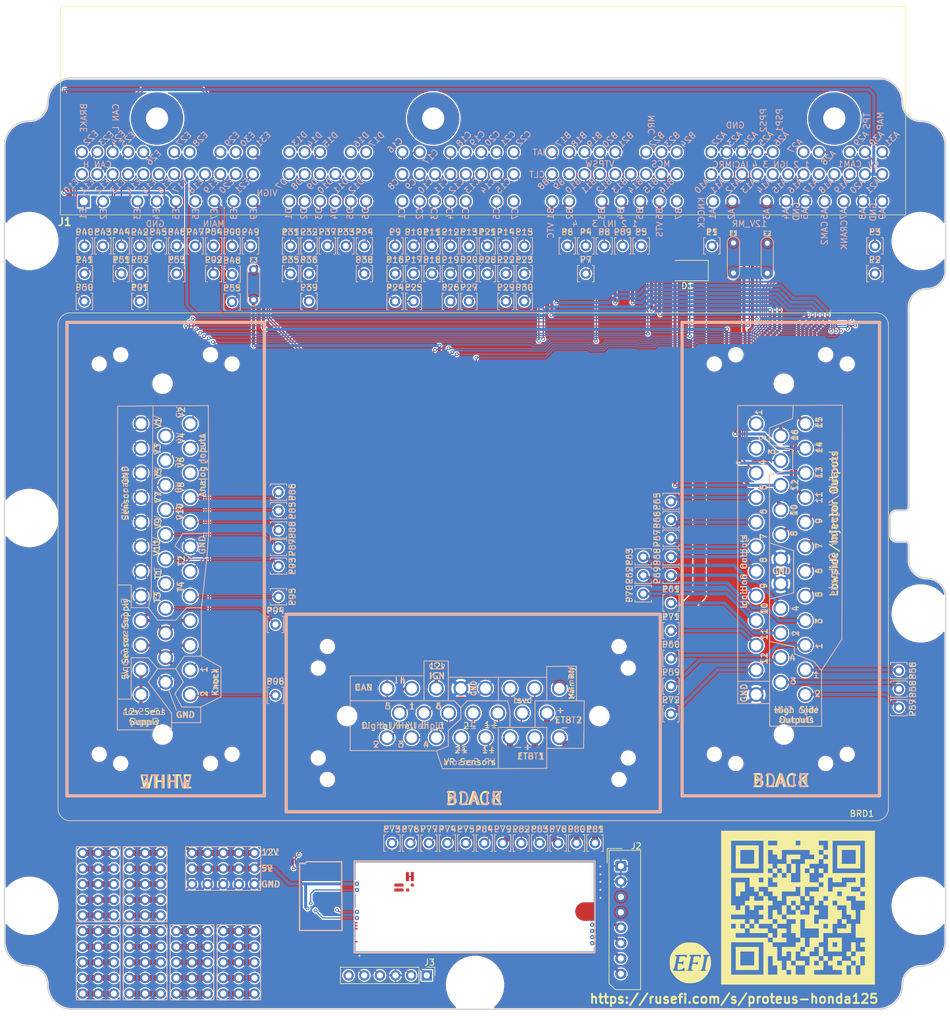
<source format=kicad_pcb>
(kicad_pcb (version 20210824) (generator pcbnew)
  (layers (0 "F.Cu" signal) (31 "B.Cu" signal) (34 "B.Paste" user) (35 "F.Paste" user) (36 "B.SilkS" user "B.Silkscreen") (37 "F.SilkS" user "F.Silkscreen") (38 "B.Mask" user) (39 "F.Mask" user) (44 "Edge.Cuts" user))
  (net 0 "")
  (net 1 "GND")
  (net 2 "/5V_SENSOR_1")
  (net 3 "/5V_SENSOR_2")
  (net 4 "/12V_PROT")
  (net 5 "/12V_MR")
  (net 6 "/OUT_MCS")
  (net 7 "Net-(F1-Pad1)")
  (net 8 "Net-(F2-Pad1)")
  (net 9 "/OUT_INJ4")
  (net 10 "/OUT_INJ2")
  (net 11 "/OUT_MAIN")
  (net 12 "/OUT_CHECK_ENGINE")
  (net 13 "/OUT_FUEL_PUMP")
  (net 14 "/OUT_IAC")
  (net 15 "/OUT_IMRC")
  (net 16 "/OUT_VTC")
  (net 17 "/OUT_INJ3")
  (net 18 "/OUT_INJ1")
  (net 19 "/OUT_IGN3")
  (net 20 "/OUT_VTS")
  (net 21 "/OUT_IGN4")
  (net 22 "/OUT_IGN2")
  (net 23 "/IN_KNOCK")
  (net 24 "/WBO_H-")
  (net 25 "/WBO_R_Trim")
  (net 26 "/WBO_Ip")
  (net 27 "/WBO_Vs{slash}Ip")
  (net 28 "/WBO_Vs")
  (net 29 "Net-(J3-Pad1)")
  (net 30 "Net-(J3-Pad2)")
  (net 31 "Net-(J3-Pad4)")
  (net 32 "Net-(J3-Pad5)")
  (net 33 "/OUT_IGN1")
  (net 34 "/IN_CRANK")
  (net 35 "/IN_VSS")
  (net 36 "/IN_CAM1")
  (net 37 "/IN_VTPSW")
  (net 38 "/IN_CAM2")
  (net 39 "/CAN_L")
  (net 40 "/CAN_H")
  (net 41 "/IN_VIGN")
  (net 42 "/IN_PPS2")
  (net 43 "/IN_TPS")
  (net 44 "/IN_BRAKE")
  (net 45 "/IN_MAP")
  (net 46 "/IN_IAT")
  (net 47 "/IN_PPS1")
  (net 48 "/IN_MRC")
  (net 49 "Net-(M1-PadJ1)")
  (net 50 "/IN_CLT")
  (net 51 "Net-(G1-Pad1)")
  (net 52 "Net-(G1-Pad12)")
  (net 53 "Net-(G1-Pad13)")
  (net 54 "Net-(G1-Pad14)")
  (net 55 "Net-(G1-Pad10)")
  (net 56 "Net-(G2-Pad1)")
  (net 57 "Net-(G2-Pad12)")
  (net 58 "Net-(G2-Pad13)")
  (net 59 "Net-(G2-Pad14)")
  (net 60 "Net-(G2-Pad10)")
  (net 61 "Net-(G3-Pad1)")
  (net 62 "Net-(G3-Pad12)")
  (net 63 "Net-(G3-Pad13)")
  (net 64 "Net-(G3-Pad14)")
  (net 65 "Net-(G3-Pad10)")
  (net 66 "Net-(G4-Pad1)")
  (net 67 "Net-(G4-Pad12)")
  (net 68 "Net-(G4-Pad13)")
  (net 69 "Net-(G4-Pad14)")
  (net 70 "Net-(G4-Pad10)")
  (net 71 "Net-(J1-PadA10)")
  (net 72 "Net-(J1-PadA28)")
  (net 73 "Net-(J1-PadA31)")
  (net 74 "Net-(J1-PadB10)")
  (net 75 "Net-(J1-PadB13)")
  (net 76 "Net-(J1-PadB18)")
  (net 77 "Net-(J1-PadB19)")
  (net 78 "Net-(J1-PadB20)")
  (net 79 "Net-(J1-PadB21)")
  (net 80 "Net-(J1-PadC1)")
  (net 81 "Net-(J1-PadC2)")
  (net 82 "Net-(J1-PadC3)")
  (net 83 "Net-(J1-PadC4)")
  (net 84 "Net-(J1-PadC5)")
  (net 85 "Net-(J1-PadC6)")
  (net 86 "Net-(J1-PadC7)")
  (net 87 "Net-(J1-PadC8)")
  (net 88 "Net-(J1-PadC9)")
  (net 89 "Net-(J1-PadC10)")
  (net 90 "Net-(J1-PadC11)")
  (net 91 "Net-(J1-PadC12)")
  (net 92 "Net-(J1-PadC13)")
  (net 93 "Net-(J1-PadC14)")
  (net 94 "Net-(J1-PadC15)")
  (net 95 "Net-(J1-PadC16)")
  (net 96 "Net-(J1-PadC17)")
  (net 97 "Net-(J1-PadC18)")
  (net 98 "Net-(J1-PadC19)")
  (net 99 "Net-(J1-PadC20)")
  (net 100 "Net-(J1-PadC21)")
  (net 101 "Net-(J1-PadC22)")
  (net 102 "Net-(J1-PadD2)")
  (net 103 "Net-(J1-PadD3)")
  (net 104 "Net-(J1-PadD5)")
  (net 105 "Net-(J1-PadD6)")
  (net 106 "Net-(J1-PadD8)")
  (net 107 "Net-(J1-PadD9)")
  (net 108 "Net-(J1-PadD10)")
  (net 109 "Net-(J1-PadD12)")
  (net 110 "Net-(J1-PadD15)")
  (net 111 "Net-(J1-PadE1)")
  (net 112 "Net-(J1-PadE2)")
  (net 113 "Net-(J1-PadE3)")
  (net 114 "Net-(J1-PadE8)")
  (net 115 "Net-(J1-PadE12)")
  (net 116 "Net-(J1-PadE13)")
  (net 117 "Net-(J1-PadE14)")
  (net 118 "Net-(J1-PadE15)")
  (net 119 "Net-(J1-PadE16)")
  (net 120 "Net-(J1-PadE18)")
  (net 121 "Net-(J1-PadE19)")
  (net 122 "Net-(J1-PadE20)")
  (net 123 "Net-(J1-PadE21)")
  (net 124 "Net-(J1-PadE23)")
  (net 125 "Net-(J1-PadE25)")
  (net 126 "Net-(J1-PadE26)")
  (net 127 "Net-(J1-PadE27)")
  (net 128 "Net-(J1-PadE29)")
  (net 129 "Net-(J1-PadE30)")
  (net 130 "Net-(M1-PadW2)")
  (net 131 "Net-(M1-PadW3)")
  (net 132 "Net-(M1-PadW4)")
  (net 133 "Net-(P85-Pad1)")
  (net 134 "Net-(P60-Pad1)")
  (net 135 "Net-(P62-Pad1)")
  (net 136 "Net-(P61-Pad1)")
  (net 137 "Net-(P63-Pad1)")
  (net 138 "Net-(P57-Pad1)")
  (net 139 "Net-(P56-Pad1)")
  (net 140 "Net-(P58-Pad1)")
  (net 141 "Net-(P59-Pad1)")
  (net 142 "Net-(P72-Pad1)")
  (net 143 "Net-(P71-Pad1)")
  (net 144 "Net-(P70-Pad1)")
  (net 145 "Net-(P69-Pad1)")
  (net 146 "Net-(P68-Pad1)")
  (net 147 "Net-(P67-Pad1)")
  (net 148 "Net-(P66-Pad1)")
  (net 149 "Net-(P65-Pad1)")
  (net 150 "Net-(P76-Pad1)")
  (net 151 "Net-(P74-Pad1)")
  (net 152 "Net-(P79-Pad1)")
  (net 153 "Net-(P78-Pad1)")
  (net 154 "Net-(P81-Pad1)")
  (net 155 "Net-(P73-Pad1)")
  (net 156 "Net-(P77-Pad1)")
  (net 157 "Net-(P75-Pad1)")
  (net 158 "Net-(P82-Pad1)")
  (net 159 "Net-(P80-Pad1)")
  (net 160 "Net-(P84-Pad1)")
  (net 161 "Net-(P83-Pad1)")
  (net 162 "Net-(P87-Pad1)")
  (net 163 "Net-(P93-Pad1)")
  (net 164 "Net-(P94-Pad1)")
  (net 165 "Net-(P86-Pad1)")
  (net 166 "Net-(P88-Pad1)")
  (net 167 "Net-(P95-Pad1)")
  (net 168 "Net-(P96-Pad1)")
  (net 169 "Net-(G7-Pad1)")
  (net 170 "Net-(G7-Pad12)")
  (net 171 "Net-(G7-Pad13)")
  (net 172 "Net-(G7-Pad14)")
  (net 173 "Net-(G7-Pad10)")
  (net 174 "Net-(G8-Pad1)")
  (net 175 "Net-(G8-Pad12)")
  (net 176 "Net-(G8-Pad13)")
  (net 177 "Net-(G8-Pad14)")
  (net 178 "Net-(G8-Pad10)")
  (net 179 "Net-(J1-PadE9)")
  (footprint "hellen-one-common:PAD-TH" (layer "F.Cu") (at 203.349999 147.3 90)
    (fp_text reference "P69")
    (fp_text value "Pad" hide)
  )
  (footprint "hellen-one-common:PAD-TH" (layer "F.Cu") (at 167.5 93.8)
    (fp_text reference "P12")
    (fp_text value "Pad" hide)
  )
  (footprint "hellen-one-common:PAD-TH" (layer "F.Cu") (at 114 98.3)
    (fp_text reference "P51")
    (fp_text value "Pad" hide)
  )
  (footprint "hellen-one-common:PAD-TH" (layer "F.Cu") (at 173 190.8)
    (fp_text reference "P84")
    (fp_text value "Pad" hide)
  )
  (footprint "hellen-one-common:PAD-TH" (layer "F.Cu") (at 139.549999 133.8 -90)
    (fp_text reference "P86")
    (fp_text value "Pad" hide)
  )
  (footprint "hellen-one-common:PAD-TH" (layer "F.Cu") (at 144.5 93.8)
    (fp_text reference "P32")
    (fp_text value "Pad" hide)
  )
  (footprint "hellen-one-common:PAD-TH" (layer "F.Cu") (at 198.849999 144.3 90)
    (fp_text reference "P63")
    (fp_text value "Pad" hide)
  )
  (footprint "hellen-one-common:PROTO_AREA" (layer "F.Cu") (at 115.32 202.56 90)
    (fp_text reference "G7" hide)
    (fp_text value "PROTO_AREA" hide)
  )
  (footprint "hellen-one-common:PAD-TH" (layer "F.Cu") (at 176 190.8)
    (fp_text reference "P79")
    (fp_text value "Pad" hide)
  )
  (footprint "hellen-one-common:PAD-TH" (layer "F.Cu") (at 108 93.8)
    (fp_text reference "P40")
    (fp_text value "Pad" hide)
  )
  (footprint "hellen-one-common:PAD-TH" (layer "F.Cu") (at 188 190.8)
    (fp_text reference "P80")
    (fp_text value "Pad" hide)
  )
  (footprint "hellen-one-common:PAD-TH" (layer "F.Cu") (at 108 102.8)
    (fp_text reference "P50")
    (fp_text value "Pad" hide)
  )
  (footprint "hellen-one-common:PAD-TH" (layer "F.Cu") (at 158.5 102.8)
    (fp_text reference "P24")
    (fp_text value "Pad" hide)
  )
  (footprint "hellen-one-common:PAD-1206-PAD" (layer "F.Cu") (at 219 95.8 -90)
    (fp_text reference "F2")
    (fp_text value "Fuse-Pad-Pad" hide)
  )
  (footprint "hellen-one-can-0.1:can" (layer "F.Cu") (at 142.881663 193.737501 -90)
    (fp_text reference "M2" hide)
    (fp_text value "Module-can-0.1" hide)
  )
  (footprint "hellen-one-common:PAD-TH" (layer "F.Cu") (at 203.349999 156.3)
    (fp_text reference "P71")
    (fp_text value "Pad" hide)
  )
  (footprint "hellen-one-common:PAD-TH" (layer "F.Cu") (at 203.349999 160.8)
    (fp_text reference "P60")
    (fp_text value "Pad" hide)
  )
  (footprint "hellen-one-common:PROTO_AREA" (layer "F.Cu") (at 107.7 202.56 90)
    (fp_text reference "G2" hide)
    (fp_text value "PROTO_AREA" hide)
  )
  (footprint "hellen-one-common:PAD-TH" (layer "F.Cu") (at 182 190.8)
    (fp_text reference "P83")
    (fp_text value "Pad" hide)
  )
  (footprint "hellen-one-common:PROTO_AREA" (layer "F.Cu") (at 135.64 197.48 180)
    (fp_text reference "G5" hide)
    (fp_text value "PROTO_AREA" hide)
  )
  (footprint "kicad6-libraries:rusefi_logo" (layer "F.Cu") (at 206.5 210.3)
    (fp_text reference "G6" hide)
    (fp_text value "RUSEFI_LOGO" hide)
  )
  (footprint "hellen-one-common:PAD-TH" (layer "F.Cu") (at 158.5 98.3)
    (fp_text reference "P16")
    (fp_text value "Pad" hide)
  )
  (footprint "hellen-one-common:PAD-TH" (layer "F.Cu") (at 189.5 93.8)
    (fp_text reference "P4")
    (fp_text value "Pad" hide)
  )
  (footprint "hellen-one-common:PAD-TH" (layer "F.Cu") (at 164.5 93.8)
    (fp_text reference "P11")
    (fp_text value "Pad" hide)
  )
  (footprint "hellen-one-common:PAD-TH" (layer "F.Cu") (at 203.349999 135.3 90)
    (fp_text reference "P65")
    (fp_text value "Pad" hide)
  )
  (footprint "hellen-one-common:PAD-TH" (layer "F.Cu") (at 167.5 98.3)
    (fp_text reference "P19")
    (fp_text value "Pad" hide)
  )
  (footprint "hellen-one-common:PAD-TH" (layer "F.Cu") (at 185 190.8)
    (fp_text reference "P78")
    (fp_text value "Pad" hide)
  )
  (footprint "hellen-one-common:PAD-TH" (layer "F.Cu") (at 198.5 93.8)
    (fp_text reference "P5")
    (fp_text value "Pad" hide)
  )
  (footprint "MountingHole:MountingHole_4.5mm" (layer "F.Cu") (at 99.05 93)
    (fp_text reference "J9" hide)
    (fp_text value "Conn_01x01")
  )
  (footprint "hellen-one-common:PAD-TH" (layer "F.Cu") (at 203.349999 138.3 90)
    (fp_text reference "P66")
    (fp_text value "Pad" hide)
  )
  (footprint "hellen-one-common:PAD-TH" (layer "F.Cu") (at 173.5 93.8)
    (fp_text reference "P21")
    (fp_text value "Pad" hide)
  )
  (footprint "hellen-one-common:PAD-TH" (layer "F.Cu") (at 210 93.8)
    (fp_text reference "P1")
    (fp_text value "Pad" hide)
  )
  (footprint "hellen-one-common:PAD-TH" (layer "F.Cu") (at 203.349999 165.3)
    (fp_text reference "P59")
    (fp_text value "Pad" hide)
  )
  (footprint "hellen-one-common:PAD-TH" (layer "F.Cu") (at 153.5 98.3)
    (fp_text reference "P38")
    (fp_text value "Pad" hide)
  )
  (footprint "hellen-one-common:PAD-TH" (layer "F.Cu") (at 139.049999 155.3)
    (fp_text reference "P94")
    (fp_text value "Pad" hide)
  )
  (footprint "hellen-one-common:PAD-1206-PAD" (layer "F.Cu") (at 213.5 95.75001 -90)
    (fp_text reference "F1")
    (fp_text value "Fuse-Pad-Pad" hide)
  )
  (footprint "hellen-one-common:PAD-TH" (layer "F.Cu") (at 158 190.8)
    (fp_text reference "P73")
    (fp_text value "Pad" hide)
  )
  (footprint "hellen-one-common:PAD-TH" (layer "F.Cu") (at 191 190.8)
    (fp_text reference "P81")
    (fp_text value "Pad" hide)
  )
  (footprint "hellen-one-common:PAD-TH" (layer "F.Cu") (at 176.5 102.8)
    (fp_text reference "P29")
    (fp_text value "Pad" hide)
  )
  (footprint "MountingHole:MountingHole_4.5mm" (layer "F.Cu") (at 99.05 201)
    (fp_text reference "J13" hide)
    (fp_text value "Conn_01x01")
  )
  (footprint "hellen-one-common:PAD-TH" (layer "F.Cu") (at 158.5 93.8)
    (fp_text reference "P9")
    (fp_text value "Pad" hide)
  )
  (footprint "hellen-one-common:PAD-TH" (layer "F.Cu") (at 123 98.3)
    (fp_text reference "P53")
    (fp_text value "Pad" hide)
  )
  (footprint "hellen-one-common:PAD-TH" (layer "F.Cu") (at 170.5 102.8)
    (fp_text reference "P27")
    (fp_text value "Pad" hide)
  )
  (footprint "hellen-one-common:PAD-TH" (layer "F.Cu") (at 147.5 93.8)
    (fp_text reference "P37")
    (fp_text value "Pad" hide)
  )
  (footprint "hellen-one-common:PAD-TH" (layer "F.Cu") (at 111 93.8)
    (fp_text reference "P43")
    (fp_text value "Pad" hide)
  )
  (footprint "MountingHole:MountingHole_4.5mm" (layer "F.Cu") (at 171.5 213.85)
    (fp_text reference "J10" hide)
    (fp_text value "Conn_01x01")
  )
  (footprint "hellen-one-common:PAD-TH" (layer "F.Cu") (at 114 93.8)
    (fp_text reference "P44")
    (fp_text value "Pad" hide)
  )
  (footprint "MountingHole:MountingHole_4.5mm" (layer "F.Cu") (at 243.95 153.5)
    (fp_text reference "J8" hide)
    (fp_text value "Conn_01x01")
  )
  (footprint "hellen-one-wbo-0.3:wbo" (layer "F.Cu") (at 151.75 208.725)
    (fp_text reference "M1" hide)
    (fp_text value "Module-wbo-0.3" hide)
  )
  (footprint "hellen-one-common:PAD-TH" (layer "F.Cu") (at 236.5 93.8)
    (fp_text reference "P3")
    (fp_text value "Pad" hide)
  )
  (footprint "Connector_PinHeader_2.54mm:PinHeader_1x06_P2.54mm_Vertical" (layer "F.Cu") (at 163.65 212.3 -90)
    (fp_text reference "J3")
    (fp_text value "Conn_01x06")
  )
  (footprint "hellen-one-common:PAD-TH" (layer "F.Cu") (at 129 98.3)
    (fp_text reference "P92")
    (fp_text value "Pad" hide)
  )
  (footprint "hellen-one-common:PAD-TH" (layer "F.Cu") (at 195.5 93.8)
    (fp_text reference "P89")
    (fp_text value "Pad" hide)
  )
  (footprint "hellen-one-common:PAD-TH" (layer "F.Cu") (at 192.5 93.8)
    (fp_text reference "P8")
    (fp_text value "Pad" hide)
  )
  (footprint "hellen-one-common:PAD-TH" (layer "F.Cu") (at 167 190.8)
    (fp_text reference "P74")
    (fp_text value "Pad" hide)
  )
  (footprint "hellen-one-common:PAD-TH" (layer "F.Cu") (at 117 93.8)
    (fp_text reference "P42")
    (fp_text value "Pad" hide)
  )
  (footprint "hellen-one-common:PAD-TH" (layer "F.Cu") (at 186.5 93.8)
    (fp_text reference "P6")
    (fp_text value "Pad" hide)
  )
  (footprint "hellen-one-common:PAD-TH" (layer "F.Cu") (at 141.5 93.8)
    (fp_text reference "P31")
    (fp_text value "Pad" hide)
  )
  (footprint "hellen-one-common:PAD-TH" (layer "F.Cu") (at 203.349999 141.3 90)
    (fp_text reference "P67")
    (fp_text value "Pad" hide)
  )
  (footprint "hellen-one-common:PAD-TH" (layer "F.Cu") (at 240.4 168.8 -90)
    (fp_text reference "P57")
    (fp_text value "Pad" hide)
  )
  (footprint "hellen-one-common:PAD-TH" (layer "F.Cu") (at 141.5 98.3)
    (fp_text reference "P35")
    (fp_text value "Pad" hide)
  )
  (footprint "hellen-one-common:PAD-TH" (layer "F.Cu") (at 170.5 93.8)
    (fp_text reference "P13")
    (fp_text value "Pad" hide)
  )
  (footprint "hellen-one-common:PAD-TH" (layer "F.Cu") (at 123 93.8)
    (fp_text reference "P46")
    (fp_text value "Pad" hide)
  )
  (footprint "hellen-one-common:PAD-TH" (layer "F.Cu") (at 161.5 93.8)
    (fp_text reference "P10")
    (fp_text value "Pad" hide)
  )
  (footprint "hellen-one-common:PAD-TH" (layer "F.Cu") (at 203.349999 169.8)
    (fp_text reference "P72")
    (fp_text value "Pad" hide)
  )
  (footprint "hellen-one-common:PAD-TH" (layer "F.Cu") (at 179.5 93.8)
    (fp_text reference "P15")
    (fp_text value "Pad" hide)
  )
  (footprint "hellen-one-common:PAD-TH" (layer "F.Cu") (at 203.349999 151.8)
    (fp_text reference "P61")
    (fp_text value "Pad" hide)
  )
  (footprint "hellen-one-common:PAD-TH" (layer "F.Cu") (at 139.549999 150.8 -90)
    (fp_text reference "P95")
    (fp_text value "Pad" hide)
  )
  (footprint "hellen-one-common:PAD-TH" (layer "F.Cu") (at 167.5 102.8)
    (fp_text reference "P26")
    (fp_text value "Pad" hide)
  )
  (footprint "hellen-one-common:PAD-TH" (layer "F.Cu") (at 144.5 98.3)
    (fp_text reference "P36")
    (fp_text value "Pad" hide)
  )
  (footprint "hellen-one-common:PROTO_AREA" (layer "F.Cu") (at 122.940001 215.26 90)
    (fp_text reference "G1" hide)
    (fp_text value "PROTO_AREA" hide)
  )
  (footprint "hellen-one-common:PAD-TH" (layer "F.Cu") (at 135 93.8)
    (fp_text reference "P49")
    (fp_text value "Pad" hide)
  )
  (footprint "hellen-one-common:PAD-TH" (layer "F.Cu") (at 139.049999 166.8)
    (fp_text reference "P96")
    (fp_text value "Pad" hide)
  )
  (footprint "hellen-one-common:PROTO_AREA" (layer "F.Cu") (at 107.7 215.26 90)
    (fp_text reference "G8" hide)
    (fp_text value "PROTO_AREA" hide)
  )
  (footprint "hellen-one-common:PAD-TH" (layer "F.Cu") (at 164.5 98.3)
    (fp_text reference "P18")
    (fp_text value "Pad" hide)
  )
  (footprint "hellen-one-common:PAD-TH" (layer "F.Cu") (at 179.5 102.8)
    (fp_text reference "P30")
    (fp_text value "Pad" hide)
  )
  (footprint "hellen-one-common:PAD-TH" (layer "F.Cu") (at 139.549999 139.95 -90)
    (fp_text reference "P88")
    (fp_text value "Pad" hide)
  )
  (footprint "hellen-one-common:PROTO_AREA" (layer "F.Cu") (at 115.32 215.259999 90)
    (fp_text reference "G4" hide)
    (fp_text value "PROTO_AREA" hide)
  )
  (footprint "hellen-one-common:PAD-TH" (layer "F.Cu") (at 161.5 98.3)
    (fp_text reference "P17")
    (fp_text value "Pad" hide)
  )
  (footprint "hellen-one-common:PAD-TH" (layer "F.Cu") (at 170 190.8)
    (fp_text reference "P75")
    (fp_text value "Pad" hide)
  )
  (footprint "hellen-one-common:PAD-TH" (layer "F.Cu") (at 120 93.8)
    (fp_text reference "P45")
    (fp_text value "Pad" hide)
  )
  (footprint "hellen-one-common:PAD-TH" (layer "F.Cu") (at 176.5 93.8)
    (fp_text reference "P14")
    (fp_text value "Pad" hide)
  )
  (footprint "hellen-one-common:PAD-TH" (layer "F.Cu") (at 139.549999 136.8 -90)
    (fp_text reference "P85")
    (fp_text value "Pad" hide)
  )
  (footprint "MountingHole:MountingHole_4.5mm" (layer "F.Cu") (at 243.95 93)
    (fp_text reference "J11" hide)
    (fp_text value "Conn_01x01")
  )
  (footprint "hellen-one-common:PAD-TH" (layer "F.Cu") (at 161 190.8)
    (fp_text reference "P76")
    (fp_text value "Pad" hide)
  )
  (footprint "hellen-one-common:PAD-TH" (layer "F.Cu") (at 132 93.8)
    (fp_text reference "P90")
    (fp_text value "Pad" hide)
  )
  (footprint "hellen-one-common:PAD-TH" (layer "F.Cu") (at 117 102.8)
    (fp_text reference "P91")
    (fp_text value "Pad" hide)
  )
  (footprint "hellen-one-common:PAD-TH" (layer "F.Cu") (at 240.4 165.8 -90)
    (fp_text reference "P58")
    (fp_text value "Pad" hide)
  )
  (footprint "hellen-one-common:PAD-TH" (layer "F.Cu") (at 170.5 98.3)
    (fp_text reference "P20")
    (fp_text value "Pad" hide)
  )
  (footprint "hellen-one-common:PAD-TH" (layer "F.Cu") (at 198.849999 147.3 90)
    (fp_text reference "P62")
    (fp_text value "Pad" hide)
  )
  (footprint "Diode_SMD:D_SMA" (layer "F.Cu") (at 206 97.8 180)
    (fp_text reference "D1")
    (fp_text value "D_Schottky")
  )
  (footprint "MountingHole:MountingHole_4.5mm" (layer "F.Cu") (at 99.05 138)
    (fp_text reference "J7" hide)
    (fp_text value "Conn_01x01")
  )
  (footprint "kicad6-libraries:proteus" (layer "F.Cu") (at 238.7 104.725 180)
    (fp_text reference "BRD1")
    (fp_text value "proteus")
  )
  (footprint "hellen-one-common:PAD-TH" (layer "F.Cu") (at 139.549999 142.8 -90)
    (fp_text reference "P87")
    (fp_text value "Pad" hide)
  )
  (footprint "hellen-one-common:PAD-TH" (layer "F.Cu") (at 189.5 98.3)
    (fp_text reference "P7")
    (fp_text value "Pad" hide)
  )
  (footprint "hellen-one-common:PAD-TH" (layer "F.Cu") (at 132 102.9)
    (fp_text reference "P55")
    (fp_text value "Pad" hide)
  )
  (footprint "hellen-one-common:PAD-TH" (layer "F.Cu") (at 164 190.8)
    (fp_text reference "P77")
    (fp_text value "Pad" hide)
  )
  (footprint "hellen-one-common:PAD-TH" (layer "F.Cu") (at 117 98.3)
    (fp_text reference "P52")
    (fp_text value "Pad" hide)
  )
  (footprint "hellen-one-common:PAD-TH" (layer "F.Cu") (at 161.5 102.8)
    (fp_text reference "P25")
    (fp_text value "Pad" hide)
  )
  (footprint "hellen-one-common:PAD-TH" (layer "F.Cu") (at 139.549999 145.8 -90)
    (fp_text reference "P93")
    (fp_text value "Pad" hide)
  )
  (footprint "hellen-one-common:PAD-TH" (layer "F.Cu") (at 198.849999 150.3 90)
    (fp_text reference "P70")
    (fp_text value "Pad" hide)
  )
  (footprint "hellen-one-common:PAD-TH" (layer "F.Cu") (at 176.5 98.3)
    (fp_text reference "P22")
    (fp_text value "Pad" hide)
  )
  (footprint "hellen-one-common:PAD-TH" (layer "F.Cu") (at 236.5 98.3)
    (fp_text reference "P2")
    (fp_text value "Pad" hide)
  )
  (footprint "hellen-one-common:PAD-1206-PAD" (layer "F.Cu") (at 135.5 100.1 -90)
    (fp_text reference "F3")
    (fp_text value "Fuse-Pad-Pad" hide)
  )
  (footprint "hellen-one-common:PAD-TH" (layer "F.Cu") (at 144.5 102.8)
    (fp_text reference "P39")
    (fp_text value "Pad" hide)
  )
  (footprint "hellen-one-common:PAD-TH" (layer "F.Cu") (at 153.5 93.8)
    (fp_text reference "P34")
    (fp_text value "Pad" hide)
  )
  (footprint "hellen-one-common:PAD-TH" (layer "F.Cu") (at 173.5 98.3)
    (fp_text reference "P28")
    (fp_text value "Pad" hide)
  )
  (footprint "hellen-one-common:PAD-TH" (layer "F.Cu") (at 179 190.8)
    (fp_text reference "P82")
    (fp_text value "Pad" hide)
  )
  (footprint "hellen-one-common:XH-8A" (layer "F.Cu") (at 196.3 203.3 -90)
    (fp_text reference "J2")
    (fp_text value "XH-8A")
  )
  (footprint "hellen-one-common:PAD-TH" (layer "F.Cu") (at 108 98.3)
    (fp_text reference "P41")
    (fp_text value "Pad" hide)
  )
  (footprint "MountingHole:MountingHole_4.5mm" (layer "F.Cu") (at 243.95 201)
    (fp_text reference "J12" hide)
    (fp_text value "Conn_01x01")
  )
  (footprint "kicad6-libraries:TE_1318612-1" (layer "F.Cu") (at 172.8 71.825)
    (fp_text reference "J1")
    (fp_text value "1318612-1" hide)
  )
  (footprint "hellen-one-common:PAD-TH" (layer "F.Cu") (at 203.349999 144.3 90)
    (fp_text reference "P68")
    (fp_text value "Pad" hide)
  )
  (footprint "hellen-one-common:PAD-TH" (layer "F.Cu") (at 129 93.8)
    (fp_text reference "P54")
    (fp_text value "Pad" hide)
  )
  (footprint "hellen-one-common:PROTO_AREA" (layer "F.Cu") (at 130.56 215.259999 90)
    (fp_text reference "G3" hide)
    (fp_text value "PROTO_AREA" hide)
  )
  (footprint "LOGO" (layer "F.Cu") (at 224 201.3)
    (fp_text reference "G***" hide)
    (fp_text value "LOGO" hide)
  )
  (footprint "hellen-one-common:PAD-TH" (layer "F.Cu") (at 132 98.4)
    (fp_text reference "P48")
    (fp_text value "Pad" hide)
  )
  (footprint "hellen-one-common:PAD-TH" (layer "F.Cu") (at 240.4 162.8 -90)
    (fp_text reference "P56")
    (fp_text value "Pad" hide)
  )
  (footprint "hellen-one-common:PAD-TH" (layer "F.Cu") (at 179.5 98.3)
    (fp_text reference "P23")
    (fp_text value "Pad" hide)
  )
  (footprint "hellen-one-common:PAD-TH" (layer "F.Cu") (at 150.5 93.8)
    (fp_text reference "P33")
    (fp_text value "Pad" hide)
  )
  (footprint "hellen-one-common:PAD-TH" (layer "F.Cu") (at 126 93.8)
    (fp_text reference "P47")
    (fp_text value "Pad" hide)
  )
  (gr_arc (start 99 70.500001) (end 102 70.5) (angle 90) (layer "Edge.Cuts") (width 0.2))
  (gr_line (start 248 97.8) (end 248 77.5) (layer "Edge.Cuts") (width 0.2))
  (gr_arc (start 105.999996 213.8) (end 105.999998 217.8) (angle 90) (layer "Edge.Cuts") (width 0.2))
  (gr_line (start 106 66.5) (end 237 66.5) (layer "Edge.Cuts") (width 0.2))
  (gr_arc (start 244.000002 206.8) (end 248 206.8) (angle 90) (layer "Edge.Cuts") (width 0.2))
  (gr_line (start 241.5 141.8) (end 240 141.8) (layer "Edge.Cuts") (width 0.2))
  (gr_line (start 106 217.8) (end 237 217.8) (layer "Edge.Cuts") (width 0.2))
  (gr_arc (start 240 140.800003) (end 240 141.8) (angle 90) (layer "Edge.Cuts") (width 0.2))
  (gr_arc (start 98.999996 206.8) (end 94.999998 206.8) (angle -90) (layer "Edge.Cuts") (width 0.2))
  (gr_line (start 239 140.8) (end 239 137.8) (layer "Edge.Cuts") (width 0.2))
  (gr_arc (start 245 103.8) (end 245 100.8) (angle -90) (layer "Edge.Cuts") (width 0.2))
  (gr_arc (start 244 213.8) (end 241 213.8) (angle 90) (layer "Edge.Cuts") (width 0.2))
  (gr_arc (start 105.999998 70.500001) (end 106 66.5) (angle -90) (layer "Edge.Cuts") (width 0.2))
  (gr_line (start 94.999998 206.8) (end 95 77.5) (layer "Edge.Cuts") (width 0.2))
  (gr_arc (start 237.000002 70.500001) (end 237 66.5) (angle 90) (layer "Edge.Cuts") (width 0.2))
  (gr_arc (start 245 150.8) (end 248 150.8) (angle -90) (layer "Edge.Cuts") (width 0.2))
  (gr_line (start 240 136.8) (end 241.5 136.8) (layer "Edge.Cuts") (width 0.2))
  (gr_arc (start 98.999998 213.8) (end 101.999998 213.8) (angle -90) (layer "Edge.Cuts") (width 0.2))
  (gr_arc (start 244 70.500001) (end 241 70.5) (angle -90) (layer "Edge.Cuts") (width 0.2))
  (gr_arc (start 241.5 142.299999) (end 242 142.3) (angle -90) (layer "Edge.Cuts") (width 0.2))
  (gr_arc (start 241.500001 136.3) (end 242 136.3) (angle 90) (layer "Edge.Cuts") (width 0.2))
  (gr_arc (start 239.999997 137.8) (end 240 136.8) (angle -90) (layer "Edge.Cuts") (width 0.2))
  (gr_line (start 242 136.3) (end 242 103.8) (layer "Edge.Cuts") (width 0.2))
  (gr_line (start 242 144.8) (end 242 142.3) (layer "Edge.Cuts") (width 0.2))
  (gr_arc (start 245 97.8) (end 248 97.8) (angle 90) (layer "Edge.Cuts") (width 0.2))
  (gr_arc (start 237.000002 213.8) (end 237 217.8) (angle -90) (layer "Edge.Cuts") (width 0.2))
  (gr_arc (start 98.999999 77.5) (end 95 77.5) (angle 90) (layer "Edge.Cuts") (width 0.2))
  (gr_arc (start 245 144.8) (end 245 147.8) (angle 90) (layer "Edge.Cuts") (width 0.2))
  (gr_line (start 248 206.8) (end 248 150.8) (layer "Edge.Cuts") (width 0.2))
  (gr_arc (start 244.000001 77.5) (end 248 77.5) (angle -90) (layer "Edge.Cuts") (width 0.2))
  (gr_text "KNOCK" (at 208.3 88.4 90) (layer "B.SilkS") (effects (font (size 1 1)) (justify mirror)))
  (gr_text "CAN L" (at 113.1 72.9 90) (layer "B.SilkS") (effects (font (size 1 1)) (justify mirror)))
  (gr_text "IAC" (at 214.8 80.6) (layer "B.SilkS") (effects (font (size 1 1)) (justify mirror)))
  (gr_text "5V" (at 236.3 80.7) (layer "B.SilkS") (effects (font (size 1 1)) (justify mirror)))
  (gr_text "1 2 IGN 3 4" (at 221.2 80.6) (layer "B.SilkS") (effects (font (size 1 1)) (justify mirror)))
  (gr_text "1 2 INJ 3   4" (at 192.6 90.2) (layer "B.SilkS") (effects (font (size 1 1)) (justify mirror)))
  (gr_text "PSP1" (at 221 73.4 90) (layer "B.SilkS") (effects (font (size 1 1)) (justify mirror)))
  (gr_text "5V" (at 138.8 194.94) (layer "B.SilkS") (effects (font (size 1 1)) (justify left mirror)))
  (gr_text "CAN H" (at 110.1 80.6) (layer "B.SilkS") (effects (font (size 1 1)) (justify mirror)))
  (gr_text "12V_MR" (at 216.1 90.2) (layer "B.SilkS") (effects (font (size 1 1)) (justify mirror)))
  (gr_text "IAT" (at 181.9 78.6) (layer "B.SilkS") (effects (font (size 1 1)) (justify mirror)))
  (gr_text "GND" (at 119.5 90.2) (layer "B.SilkS") (effects (font (size 1 1)) (justify mirror)))
  (gr_text "VTS" (at 201.5 91.1 90) (layer "B.SilkS") (effects (font (size 1 1)) (justify mirror)))
  (gr_text "PPS2" (at 218.4 73.4 90) (layer "B.SilkS") (effects (font (size 1 1)) (justify mirror)))
  (gr_text "VTC" (at 183.8 91.3 90) (layer "B.SilkS") (effects (font (size 1 1)) (justify mirror)))
  (gr_text "TPS" (at 235.2 73.5 90) (layer "B.SilkS") (effects (font (size 1 1)) (justify mirror)))
  (gr_text "MAP" (at 237.4 73.5 90) (layer "B.SilkS") (effects (font (size 1 1)) (justify mirror)))
  (gr_text "CAM2" (at 228.3 91.7 90) (layer "B.SilkS") (effects (font (size 1 1)) (justify mirror)))
  (gr_text "VTPSW" (at 191.8 80.5) (layer "B.SilkS") (effects (font (size 1 1)) (justify mirror)))
  (gr_text "MAIN" (at 129 90.2) (layer "B.SilkS") (effects (font (size 1 1)) (justify mirror)))
  (gr_text "GND" (at 213.8 74.2) (layer "B.SilkS") (effects (font (size 1 1)) (justify mirror)))
  (gr_text "CRANK" (at 231.5 92 90) (layer "B.SilkS") (effects (font (size 1 1)) (justify mirror)))
  (gr_text "GND" (at 236.2 88.3 90) (layer "B.SilkS") (effects (font (size 1 1)) (justify mirror)))
  (gr_text "CAM1" (at 232.4 80.5) (layer "B.SilkS") (effects (font (size 1 1)) (justify mirror)))
  (gr_text "CLT" (at 181.6 82.2) (layer "B.SilkS") (effects (font (size 1 1)) (justify mirror)))
  (gr_text "MCS" (at 201.7 80.5) (layer "B.SilkS") (effects (font (size 1 1)) (justify mirror)))
  (gr_text "BRAKE" (at 107.9 73 90) (layer "B.SilkS") (effects (font (size 1 1)) (justify mirror)))
  (gr_text "IMRC" (at 211.9 80.6) (layer "B.SilkS") (effects (font (size 1 1)) (justify mirror)))
  (gr_text "MRC" (at 200.2 74.1 90) (layer "B.SilkS") (effects (font (size 1 1)) (justify mirror)))
  (gr_text "GND" (at 139.853618 197.5) (layer "B.SilkS") (effects (font (size 1 1)) (justify left mirror)))
  (gr_text "VIGN" (at 137.7 85.2) (layer "B.SilkS") (effects (font (size 1 1)) (justify mirror)))
  (gr_text "GND" (at 223.7 88.2 90) (layer "B.SilkS") (effects (font (size 1 1)) (justify mirror)))
  (gr_text "12V" (at 139.853618 192.3) (layer "B.SilkS") (effects (font (size 1 1)) (justify left mirror)))
  (gr_text "5V" (at 136.656 194.94) (layer "F.SilkS") (effects (font (size 1 1)) (justify left)))
  (gr_text "12V" (at 136.7 192.3) (layer "F.SilkS") (effects (font (size 1 1)) (justify left)))
  (gr_text "https://rusefi.com/s/proteus-honda125" (at 213.6 216.1) (layer "F.SilkS") (effects (font (size 1.5 1.5) (thickness 0.3))))
  (gr_text "GND" (at 136.7 197.5) (layer "F.SilkS") (effects (font (size 1 1)) (justify left)))
  (via (at 191.9 199.7) (size 0.6) (drill 0.3) (layers "F.Cu" "B.Cu") (net 1))
  (via (at 191.9 195.9) (size 0.6) (drill 0.3) (layers "F.Cu" "B.Cu") (net 1))
  (via (at 152.7 209.1) (size 0.6) (drill 0.3) (layers "F.Cu" "B.Cu") (net 1))
  (via (at 191.9 194.6) (size 0.6) (drill 0.3) (layers "F.Cu" "B.Cu") (net 1))
  (via (at 191.9 198.4) (size 0.6) (drill 0.3) (layers "F.Cu" "B.Cu") (net 1))
  (via (at 191.9 197.1) (size 0.6) (drill 0.3) (layers "F.Cu" "B.Cu") (net 1))
  (segment (start 104.724511 68.875489) (end 104.724511 68.475489) (width 0.5) (layer "F.Cu") (net 2))
  (segment (start 123.249512 131.349512) (end 122.174511 130.274511) (width 0.5) (layer "F.Cu") (net 2))
  (segment (start 119.3 117.496685) (end 118.775479 116.972164) (width 0.5) (layer "F.Cu") (net 2))
  (segment (start 119.2 96.4) (end 121.750489 93.849511) (width 0.5) (layer "F.Cu") (net 2))
  (segment (start 121.750489 93.349511) (end 121.9 93.2) (width 0.5) (layer "F.Cu") (net 2))
  (segment (start 122.88 92.12) (end 122.88 86.55) (width 0.5) (layer "F.Cu") (net 2))
  (segment (start 121.750489 93.249511) (end 122.88 92.12) (width 0.5) (layer "F.Cu") (net 2))
  (segment (start 119.600489 152.274511) (end 119.600489 140.01246) (width 0.5) (layer "F.Cu") (net 2))
  (segment (start 104.724511 85.175489) (end 104.724511 68.875489) (width 0.5) (layer "F.Cu") (net 2))
  (segment (start 119.2 114.953315) (end 119.2 96.4) (width 0.5) (layer "F.Cu") (net 2))
  (segment (start 119.2 154.675) (end 121.2 156.675) (width 0.5) (layer "F.Cu") (net 2))
  (segment (start 123.2 154.675) (end 125.2 154.675) (width 0.5) (layer "F.Cu") (net 2))
  (segment (start 120.255986 130.274511) (end 119.3 129.318525) (width 0.5) (layer "F.Cu") (net 2))
  (segment (start 117.2 154.675) (end 119.2 154.675) (width 0.5) (layer "F.Cu") (net 2))
  (segment (start 119.600489 140.01246) (end 121.312949 138.3) (width 0.5) (layer "F.Cu") (net 2))
  (segment (start 122.174511 130.274511) (end 120.255986 130.274511) (width 0.5) (layer "F.Cu") (net 2))
  (segment (start 118.775479 115.377836) (end 119.2 114.953315) (width 0.5) (layer "F.Cu") (net 2))
  (segment (start 118.775479 116.972164) (end 118.775479 115.377836) (width 0.5) (layer "F.Cu") (net 2))
  (segment (start 121.750489 93.849511) (end 121.750489 93.349511) (width 0.5) (layer "F.Cu") (net 2))
  (segment (start 119.3 129.318525) (end 119.3 117.496685) (width 0.5) (layer "F.Cu") (net 2))
  (segment (start 104.724511 68.475489) (end 104.8 68.4) (width 0.5) (layer "F.Cu") (net 2))
  (segment (start 122.287052 138.3) (end 123.249512 137.33754) (width 0.5) (layer "F.Cu") (net 2))
  (segment (start 121.9 93.2) (end 121.750489 93.249511) (width 0.5) (layer "F.Cu") (net 2))
  (segment (start 121.312949 138.3) (end 122.287052 138.3) (width 0.5) (layer "F.Cu") (net 2))
  (segment (start 121.2 156.675) (end 123.2 154.675) (width 0.5) (layer "F.Cu") (net 2))
  (segment (start 123.249512 137.33754) (end 123.249512 131.349512) (width 0.5) (layer "F.Cu") (net 2))
  (segment (start 117.2 154.675) (end 119.600489 152.274511) (width 0.5) (layer "F.Cu") (net 2))
  (via (at 104.8 68.4) (size 0.6) (drill 0.3) (layers "F.Cu" "B.Cu") (net 2))
  (via (at 104.724511 85.175489) (size 0.6) (drill 0.3) (layers "F.Cu" "B.Cu") (net 2))
  (segment (start 237.7 82.15) (end 234.9 82.15) (width 0.5) (layer "B.Cu") (net 2))
  (segment (start 104.8 68.4) (end 235.5 68.4) (width 0.5) (layer "B.Cu") (net 2))
  (segment (start 236.325489 69.225489) (end 236.325489 82.025489) (width 0.5) (layer "B.Cu") (net 2))
  (segment (start 236.325489 82.025489) (end 236.45 82.15) (width 0.5) (layer "B.Cu") (net 2))
  (segment (start 122.88 86.55) (end 121.505489 85.175489) (width 0.5) (layer "B.Cu") (net 2))
  (segment (start 235.5 68.4) (end 236.325489 69.225489) (width 0.5) (layer "B.Cu") (net 2))
  (segment (start 121.505489 85.175489) (end 104.724511 85.175489) (width 0.5) (layer "B.Cu") (net 2))
  (segment (start 137.2 192.192924) (end 137.2 193.38) (width 0.5) (layer "F.Cu") (net 3))
  (segment (start 117.2 158.675) (end 119.2 158.675) (width 0.5) (layer "F.Cu") (net 3))
  (segment (start 136.007076 191) (end 137.2 192.192924) (width 0.5) (layer "F.Cu") (net 3))
  (segment (start 119.2 158.675) (end 121.2 160.675) (width 0.5) (layer "F.Cu") (net 3))
  (segment (start 125.2 158.675) (end 123.2 158.675) (width 0.5) (layer "F.Cu") (net 3))
  (segment (start 137.2 193.38) (end 135.64 194.94) (width 0.5) (layer "F.Cu") (net 3))
  (segment (start 121.2 160.675) (end 122.799511 162.274511) (width 0.5) (layer "F.Cu") (net 3))
  (segment (start 126.1 191) (end 136.007076 191) (width 0.5) (layer "F.Cu") (net 3))
  (segment (start 122.799511 187.699511) (end 126.1 191) (width 0.5) (layer "F.Cu") (net 3))
  (segment (start 135.64 194.94) (end 125.48 194.94) (width 1) (layer "F.Cu") (net 3))
  (segment (start 123.2 158.675) (end 121.2 160.675) (width 0.5) (layer "F.Cu") (net 3))
  (segment (start 122.799511 162.274511) (end 122.799511 187.699511) (width 0.5) (layer "F.Cu") (net 3))
  (segment (start 143.956663 197.425) (end 141.325 197.425) (width 0.5) (layer "B.Cu") (net 3))
  (segment (start 143.956663 197.425) (end 152.3 197.425) (width 0.5) (layer "B.Cu") (net 3))
  (segment (start 143.956663 201.137499) (end 143.956663 197.425) (width 0.5) (layer "B.Cu") (net 3))
  (segment (start 138.84 194.94) (end 135.64 194.94) (width 0.5) (layer "B.Cu") (net 3))
  (segment (start 141.325 197.425) (end 138.84 194.94) (width 0.5) (layer "B.Cu") (net 3))
  (segment (start 144.256662 201.437498) (end 143.956663 201.137499) (width 0.5) (layer "B.Cu") (net 3))
  (segment (start 117.2 163.125001) (end 117.2 184.119999) (width 0.5) (layer "F.Cu") (net 4))
  (segment (start 125.48 192.4) (end 135.64 192.4) (width 1) (layer "F.Cu") (net 4))
  (segment (start 117.2 184.119999) (end 125.48 192.4) (width 0.5) (layer "F.Cu") (net 4))
  (segment (start 195.799511 154.300489) (end 204.127248 154.300489) (width 2) (layer "F.Cu") (net 5))
  (segment (start 185.2 164.9) (end 195.799511 154.300489) (width 2) (layer "F.Cu") (net 5))
  (segment (start 208 150.427737) (end 208 97.8) (width 2) (layer "F.Cu") (net 5))
  (segment (start 204.127248 154.300489) (end 208 150.427737) (width 2) (layer "F.Cu") (net 5))
  (segment (start 185.2 165.675) (end 185.2 164.9) (width 2) (layer "F.Cu") (net 5))
  (segment (start 208 97.8) (end 213.09999 97.8) (width 2) (layer "F.Cu") (net 5))
  (segment (start 213.09999 97.8) (end 213.5 98.20001) (width 2) (layer "F.Cu") (net 5))
  (segment (start 219 98.25) (end 213.54999 98.25) (width 2) (layer "B.Cu") (net 5))
  (segment (start 213.54999 98.25) (end 213.5 98.20001) (width 2) (layer "B.Cu") (net 5))
  (segment (start 202.874511 83.224511) (end 202.874511 96.674511) (width 0.5) (layer "F.Cu") (net 6))
  (segment (start 204 97.8) (end 204 132.7) (width 0.5) (layer "F.Cu") (net 6))
  (segment (start 201.8 82.15) (end 202.874511 83.224511) (width 0.5) (layer "F.Cu") (net 6))
  (segment (start 202.874511 96.674511) (end 204 97.8) (width 0.5) (layer "F.Cu") (net 6))
  (via (at 204 132.7) (size 0.6) (drill 0.3) (layers "F.Cu" "B.Cu") (net 6))
  (segment (start 204.025 132.675) (end 221.2 132.675) (width 0.5) (layer "B.Cu") (net 6))
  (segment (start 204 132.7) (end 204.025 132.675) (width 0.5) (layer "B.Cu") (net 6))
  (segment (start 213.33 93.13001) (end 213.5 93.30001) (width 2) (layer "F.Cu") (net 7))
  (segment (start 213.33 86.55) (end 213.33 93.13001) (width 2) (layer "F.Cu") (net 7))
  (segment (start 218.92 86.55) (end 218.92 93.27) (width 2) (layer "F.Cu") (net 8))
  (segment (start 218.92 93.27) (end 219 93.35) (width 2) (layer "F.Cu") (net 8))
  (segment (start 184.6995 103.00146) (end 184.6995 88.6505) (width 0.5) (layer "F.Cu") (net 9))
  (segment (start 184.6995 88.6505) (end 186.8 86.55) (width 0.5) (layer "F.Cu") (net 9))
  (segment (start 228.848559 137.244037) (end 228.848559 120.49288) (width 0.5) (layer "F.Cu") (net 9))
  (segment (start 228.7 147.175) (end 228.7 137.930678) (width 0.5) (layer "F.Cu") (net 9))
  (segment (start 228.8 105.644939) (end 228.8 105) (width 0.5) (layer "F.Cu") (net 9))
  (segment (start 225.2 150.675) (end 228.7 147.175) (width 0.5) (layer "F.Cu") (net 9))
  (segment (start 226.69808 107.746859) (end 228.8 105.644939) (width 0.5) (layer "F.Cu") (net 9))
  (segment (start 226.69808 118.3424) (end 226.69808 107.746859) (width 0.5) (layer "F.Cu") (net 9))
  (segment (start 228.848559 120.49288) (end 226.69808 118.3424) (width 0.5) (layer "F.Cu") (net 9))
  (segment (start 228.7 137.930678) (end 228.84856 137.782117) (width 0.5) (layer "F.Cu") (net 9))
  (segment (start 228.84856 137.782117) (end 228.848559 137.244037) (width 0.5) (layer "F.Cu") (net 9))
  (via (at 184.6995 103.00146) (size 0.6) (drill 0.3) (layers "F.Cu" "B.Cu") (net 9))
  (via (at 228.8 105) (size 0.6) (drill 0.3) (layers "F.Cu" "B.Cu") (net 9))
  (segment (start 193.29854 103.00146) (end 184.6995 103.00146) (width 0.5) (layer "B.Cu") (net 9))
  (segment (start 215.4 100.251441) (end 199.448559 100.251441) (width 0.5) (layer "B.Cu") (net 9))
  (segment (start 221.151441 100.251441) (end 215.4 100.251441) (width 0.5) (layer "B.Cu") (net 9))
  (segment (start 228.8 105) (end 228.8 104.355061) (width 0.5) (layer "B.Cu") (net 9))
  (segment (start 198.047571 101.652429) (end 194.730472 101.652429) (width 0.5) (layer "B.Cu") (net 9))
  (segment (start 224.1 102.30096) (end 223.20096 102.30096) (width 0.5) (layer "B.Cu") (net 9))
  (segment (start 226.745899 102.300961) (end 224.1 102.30096) (width 0.5) (layer "B.Cu") (net 9))
  (segment (start 194.647571 101.652429) (end 193.29854 103.00146) (width 0.5) (layer "B.Cu") (net 9))
  (segment (start 194.730472 101.652429) (end 194.647571 101.652429) (width 0.5) (layer "B.Cu") (net 9))
  (segment (start 199.448559 100.251441) (end 198.047571 101.652429) (width 0.5) (layer "B.Cu") (net 9))
  (segment (start 223.20096 102.30096) (end 221.151441 100.251441) (width 0.5) (layer "B.Cu") (net 9))
  (segment (start 228.8 104.355061) (end 226.745899 102.300961) (width 0.5) (layer "B.Cu") (net 9))
  (segment (start 227.4 140.475) (end 225.2 142.675) (width 0.5) (layer "F.Cu") (net 10))
  (segment (start 225.39904 118.88048) (end 227.54952 121.03096) (width 0.5) (layer "F.Cu") (net 10))
  (segment (start 196.1 87.41) (end 195.24 86.55) (width 0.5) (layer "F.Cu") (net 10))
  (segment (start 197.1 93.106428) (end 196.1 92.106428) (width 0.5) (layer "F.Cu") (net 10))
  (segment (start 227.4 137.393559) (end 227.4 140.475) (width 0.5) (layer "F.Cu") (net 10))
  (segment (start 227.54952 137.244039) (end 227.4 137.393559) (width 0.5) (layer "F.Cu") (net 10))
  (segment (start 225.39904 107.208779) (end 225.39904 118.88048) (width 0.5) (layer "F.Cu") (net 10))
  (segment (start 227.199004 105.000189) (end 227.199004 105.408815) (width 0.5) (layer "F.Cu") (net 10))
  (segment (start 227.199004 105.408815) (end 225.39904 107.208779) (width 0.5) (layer "F.Cu") (net 10))
  (segment (start 196.1 92.106428) (end 196.1 87.41) (width 0.5) (layer "F.Cu") (net 10))
  (segment (start 197.1 103.00146) (end 197.1 93.106428) (width 0.5) (layer "F.Cu") (net 10))
  (segment (start 227.54952 121.03096) (end 227.54952 137.244039) (width 0.5) (layer "F.Cu") (net 10))
  (via (at 227.199004 105.000189) (size 0.6) (drill 0.3) (layers "F.Cu" "B.Cu") (net 10))
  (via (at 197.1 103.00146) (size 0.6) (drill 0.3) (layers "F.Cu" "B.Cu") (net 10))
  (segment (start 198.6119 103.00146) (end 200.062879 101.550481) (width 0.5) (layer "B.Cu") (net 10))
  (segment (start 227.199004 104.591185) (end 227.199004 105.000189) (width 0.5) (layer "B.Cu") (net 10))
  (segment (start 226.207819 103.6) (end 227.199004 104.591185) (width 0.5) (layer "B.Cu") (net 10))
  (segment (start 200.062879 101.550481) (end 220.54392 101.550481) (width 0.5) (layer "B.Cu") (net 10))
  (segment (start 197.1 103.00146) (end 198.6119 103.00146) (width 0.5) (layer "B.Cu") (net 10))
  (segment (start 222.593439 103.6) (end 226.207819 103.6) (width 0.5) (layer "B.Cu") (net 10))
  (segment (start 220.54392 101.550481) (end 222.593439 103.6) (width 0.5) (layer "B.Cu") (net 10))
  (segment (start 226.9 121.3) (end 224.74952 119.14952) (width 0.5) (layer "F.Cu") (net 11))
  (segment (start 226.9 136.975) (end 226.9 121.3) (width 0.5) (layer "F.Cu") (net 11))
  (segment (start 225.2 138.675) (end 226.9 136.975) (width 0.5) (layer "F.Cu") (net 11))
  (segment (start 226.449502 105.239757) (end 226.449502 104.999476) (width 0.5) (layer "F.Cu") (net 11))
  (segment (start 224.74952 119.14952) (end 224.74952 106.939739) (width 0.5) (layer "F.Cu") (net 11))
  (segment (start 224.74952 106.939739) (end 226.449502 105.239757) (width 0.5) (layer "F.Cu") (net 11))
  (via (at 226.449502 104.999476) (size 0.6) (drill 0.3) (layers "F.Cu" "B.Cu") (net 11))
  (segment (start 131.04904 104.45096) (end 130.5 103.90192) (width 0.5) (layer "B.Cu") (net 11))
  (segment (start 200.33192 102.2) (end 198.83096 103.70096) (width 0.5) (layer "B.Cu") (net 11))
  (segment (start 220.274879 102.2) (end 200.33192 102.2) (width 0.5) (layer "B.Cu") (net 11))
  (segment (start 130.5 103.90192) (end 130.5 87.91) (width 0.5) (layer "B.Cu") (net 11))
  (segment (start 182.591722 104.45096) (end 131.04904 104.45096) (width 0.5) (layer "B.Cu") (net 11))
  (segment (start 226.449502 104.999476) (end 226.449502 104.760243) (width 0.5) (layer "B.Cu") (net 11))
  (segment (start 222.32586 104.250981) (end 220.274879 102.2) (width 0.5) (layer "B.Cu") (net 11))
  (segment (start 226.449502 104.760243) (end 225.94024 104.250981) (width 0.5) (layer "B.Cu") (net 11))
  (segment (start 198.83096 103.70096) (end 183.341722 103.70096) (width 0.5) (layer "B.Cu") (net 11))
  (segment (start 183.341722 103.70096) (end 182.591722 104.45096) (width 0.5) (layer "B.Cu") (net 11))
  (segment (start 130.5 87.91) (end 129.14 86.55) (width 0.5) (layer "B.Cu") (net 11))
  (segment (start 225.94024 104.250981) (end 222.32586 104.250981) (width 0.5) (layer "B.Cu") (net 11))
  (segment (start 137.1 80.25) (end 135.4 78.55) (width 0.5) (layer "F.Cu") (net 12))
  (segment (start 137.1 107.0495) (end 137.1 80.25) (width 0.5) (layer "F.Cu") (net 12))
  (segment (start 221.2 136.675) (end 221.2 135.8125) (width 0.5) (layer "F.Cu") (net 12))
  (segment (start 216.1 132.7) (end 212.400479 129.000479) (width 0.5) (layer "F.Cu") (net 12))
  (segment (start 137.4 107.3495) (end 137.1 107.0495) (width 0.5) (layer "F.Cu") (net 12))
  (segment (start 212.400479 107.449021) (end 212.5 107.3495) (width 0.5) (layer "F.Cu") (net 12))
  (segment (start 221.2 135.8125) (end 218.0875 132.7) (width 0.5) (layer "F.Cu") (net 12))
  (segment (start 218.0875 132.7) (end 216.1 132.7) (width 0.5) (layer "F.Cu") (net 12))
  (segment (start 212.400479 129.000479) (end 212.400479 107.449021) (width 0.5) (layer "F.Cu") (net 12))
  (via (at 137.4 107.3495) (size 0.6) (drill 0.3) (layers "F.Cu" "B.Cu") (net 12))
  (via (at 212.5 107.3495) (size 0.6) (drill 0.3) (layers "F.Cu" "B.Cu") (net 12))
  (segment (start 212.5 107.3495) (end 137.4 107.3495) (width 0.5) (layer "B.Cu") (net 12))
  (segment (start 223.600489 133.075489) (end 225.2 134.675) (width 0.5) (layer "F.Cu") (net 13))
  (segment (start 223.600489 123.444877) (end 223.600489 133.075489) (width 0.5) (layer "F.Cu") (net 13))
  (segment (start 219.39616 119.240548) (end 223.600489 123.444877) (width 0.5) (layer "F.Cu") (net 13))
  (segment (start 219.39616 108.925473) (end 219.39616 119.240548) (width 0.5) (layer "F.Cu") (net 13))
  (segment (start 221 104.201) (end 221 107.321633) (width 0.5) (layer "F.Cu") (net 13))
  (segment (start 221 107.321633) (end 219.39616 108.925473) (width 0.5) (layer "F.Cu") (net 13))
  (via (at 221 104.201) (size 0.6) (drill 0.3) (layers "F.Cu" "B.Cu") (net 13))
  (segment (start 126.34998 105.10048) (end 124.635489 103.385989) (width 0.5) (layer "B.Cu") (net 13))
  (segment (start 182.860761 105.10048) (end 126.34998 105.10048) (width 0.5) (layer "B.Cu") (net 13))
  (segment (start 221 104.201) (end 221 103.843681) (width 0.5) (layer "B.Cu") (net 13))
  (segment (start 183.610761 104.35048) (end 182.860761 105.10048) (width 0.5) (layer "B.Cu") (net 13))
  (segment (start 124.635489 103.385989) (end 124.635489 82.614511) (width 0.5) (layer "B.Cu") (net 13))
  (segment (start 124.635489 82.614511) (end 125.1 82.15) (width 0.5) (layer "B.Cu") (net 13))
  (segment (start 221 103.843681) (end 220.006798 102.85048) (width 0.5) (layer "B.Cu") (net 13))
  (segment (start 220.006798 102.85048) (end 200.6 102.85048) (width 0.5) (layer "B.Cu") (net 13))
  (segment (start 199.1 104.35048) (end 183.610761 104.35048) (width 0.5) (layer "B.Cu") (net 13))
  (segment (start 200.6 102.85048) (end 199.1 104.35048) (width 0.5) (layer "B.Cu") (net 13))
  (segment (start 216.04952 114.650479) (end 216.04952 107.53925) (width 0.5) (layer "F.Cu") (net 14))
  (segment (start 216.600011 106.988759) (end 216.600011 83.850011) (width 0.5) (layer "F.Cu") (net 14))
  (segment (start 216.04952 107.53925) (end 216.600011 106.988759) (width 0.5) (layer "F.Cu") (net 14))
  (segment (start 216.600011 83.850011) (end 214.9 82.15) (width 0.5) (layer "F.Cu") (net 14))
  (segment (start 214.499511 128.999511) (end 214.499511 116.200489) (width 0.5) (layer "F.Cu") (net 14))
  (segment (start 214.499511 116.200489) (end 216.04952 114.650479) (width 0.5) (layer "F.Cu") (net 14))
  (segment (start 214.5 129) (end 214.499511 128.999511) (width 0.5) (layer "F.Cu") (net 14))
  (via (at 214.5 129) (size 0.6) (drill 0.3) (layers "F.Cu" "B.Cu") (net 14))
  (segment (start 220.675 130.675) (end 225.650001 130.675) (width 0.5) (layer "B.Cu") (net 14))
  (segment (start 219.075489 129.075489) (end 220.675 130.675) (width 0.5) (layer "B.Cu") (net 14))
  (segment (start 214.575489 129.075489) (end 219.075489 129.075489) (width 0.5) (layer "B.Cu") (net 14))
  (segment (start 214.5 129) (end 214.575489 129.075489) (width 0.5) (layer "B.Cu") (net 14))
  (segment (start 215.4 114.38144) (end 215.4 107.8) (width 0.5) (layer "F.Cu") (net 15))
  (segment (start 215.200989 107.600989) (end 215.200989 84.950989) (width 0.5) (layer "F.Cu") (net 15))
  (segment (start 215.200989 84.950989) (end 212.4 82.15) (width 0.5) (layer "F.Cu") (net 15))
  (segment (start 213.8 124.352413) (end 213.8 115.98144) (width 0.5) (layer "F.Cu") (net 15))
  (segment (start 215.4 107.8) (end 215.200989 107.600989) (width 0.5) (layer "F.Cu") (net 15))
  (segment (start 213.8 115.98144) (end 215.4 114.38144) (width 0.5) (layer "F.Cu") (net 15))
  (via (at 213.8 124.352413) (size 0.6) (drill 0.3) (layers "F.Cu" "B.Cu") (net 15))
  (segment (start 220.775 126.675) (end 225.650001 126.675) (width 0.5) (layer "B.Cu") (net 15))
  (segment (start 213.8 124.352413) (end 218.452413 124.352413) (width 0.5) (layer "B.Cu") (net 15))
  (segment (start 218.452413 124.352413) (end 220.775 126.675) (width 0.5) (layer "B.Cu") (net 15))
  (segment (start 183.9 105.0505) (end 184 104.9505) (width 0.5) (layer "F.Cu") (net 16))
  (segment (start 221.2 122.881508) (end 221.2 124.675) (width 0.5) (layer "F.Cu") (net 16))
  (segment (start 219.4495 107.035013) (end 218.09712 108.387394) (width 0.5) (layer "F.Cu") (net 16))
  (segment (start 184 104.9505) (end 184 86.55) (width 0.5) (layer "F.Cu") (net 16))
  (segment (start 218.097121 119.778629) (end 221.2 122.881508) (width 0.5) (layer "F.Cu") (net 16))
  (segment (start 218.09712 108.387394) (end 218.097121 119.778629) (width 0.5) (layer "F.Cu") (net 16))
  (segment (start 219.4495 104.201) (end 219.4495 107.035013) (width 0.5) (layer "F.Cu") (net 16))
  (via (at 183.9 105.0505) (size 0.6) (drill 0.3) (layers "F.Cu" "B.Cu") (net 16))
  (via (at 219.4495 104.201) (size 0.6) (drill 0.3) (layers "F.Cu" "B.Cu") (net 16))
  (segment (start 183.9505 105) (end 183.9 105.0505) (width 0.5) (layer "B.Cu") (net 16))
  (segment (start 201.310252 104.200489) (end 200.510741 105) (width 0.5) (layer "B.Cu") (net 16))
  (segment (start 219.448989 104.200489) (end 201.310252 104.200489) (width 0.5) (layer "B.Cu") (net 16))
  (segment (start 219.4495 104.201) (end 219.448989 104.200489) (width 0.5) (layer "B.Cu") (net 16))
  (segment (start 200.510741 105) (end 183.9505 105) (width 0.5) (layer "B.Cu") (net 16))
  (segment (start 194.3 103.00146) (end 194.250489 102.951949) (width 0.5) (layer "F.Cu") (net 17))
  (segment (start 227.948494 105.577885) (end 226.04856 107.477819) (width 0.5) (layer "F.Cu") (net 17))
  (segment (start 228.04952 140.744039) (end 227.9 140.893559) (width 0.5) (layer "F.Cu") (net 17))
  (segment (start 227.948494 104.995826) (end 227.948494 105.577885) (width 0.5) (layer "F.Cu") (net 17))
  (segment (start 226.04856 118.61144) (end 228.199039 120.761919) (width 0.5) (layer "F.Cu") (net 17))
  (segment (start 228.04952 137.662598) (end 228.04952 140.744039) (width 0.5) (layer "F.Cu") (net 17))
  (segment (start 228.199039 120.761919) (end 228.19904 137.513078) (width 0.5) (layer "F.Cu") (net 17))
  (segment (start 228.19904 137.513078) (end 228.04952 137.662598) (width 0.5) (layer "F.Cu") (net 17))
  (segment (start 227.9 143.975) (end 225.2 146.675) (width 0.5) (layer "F.Cu") (net 17))
  (segment (start 226.04856 107.477819) (end 226.04856 118.61144) (width 0.5) (layer "F.Cu") (net 17))
  (segment (start 194.250489 102.951949) (end 194.250489 88.690489) (width 0.5) (layer "F.Cu") (net 17))
  (segment (start 227.9 140.893559) (end 227.9 143.975) (width 0.5) (layer "F.Cu") (net 17))
  (segment (start 194.250489 88.690489) (end 192.11 86.55) (width 0.5) (layer "F.Cu") (net 17))
  (via (at 227.948494 104.995826) (size 0.6) (drill 0.3) (layers "F.Cu" "B.Cu") (net 17))
  (via (at 194.3 103.00146) (size 0.6) (drill 0.3) (layers "F.Cu" "B.Cu") (net 17))
  (segment (start 227.948494 104.422115) (end 227.948494 104.995826) (width 0.5) (layer "B.Cu") (net 17))
  (segment (start 222.862479 102.95048) (end 226.47686 102.950481) (width 0.5) (layer "B.Cu") (net 17))
  (segment (start 220.81296 100.900961) (end 222.862479 102.95048) (width 0.5) (layer "B.Cu") (net 17))
  (segment (start 194.3 103.00146) (end 194.999511 102.301949) (width 0.5) (layer "B.Cu") (net 17))
  (segment (start 226.47686 102.950481) (end 227.948494 104.422115) (width 0.5) (layer "B.Cu") (net 17))
  (segment (start 199.79384 100.900961) (end 220.81296 100.900961) (width 0.5) (layer "B.Cu") (net 17))
  (segment (start 198.392852 102.301949) (end 199.79384 100.900961) (width 0.5) (layer "B.Cu") (net 17))
  (segment (start 194.999511 102.301949) (end 198.392852 102.301949) (width 0.5) (layer "B.Cu") (net 17))
  (segment (start 222.9 123.662948) (end 218.74664 119.509588) (width 0.5) (layer "F.Cu") (net 18))
  (segment (start 221.2 140.675) (end 222.9 138.975) (width 0.5) (layer "F.Cu") (net 18))
  (segment (start 200.2 104.3005) (end 200.2 88.38) (width 0.5) (layer "F.Cu") (net 18))
  (segment (start 218.74664 119.509588) (end 218.74664 108.656433) (width 0.5) (layer "F.Cu") (net 18))
  (segment (start 220.199003 107.20407) (end 220.199003 104.201) (width 0.5) (layer "F.Cu") (net 18))
  (segment (start 218.74664 108.656433) (end 220.199003 107.20407) (width 0.5) (layer "F.Cu") (net 18))
  (segment (start 222.9 138.975) (end 222.9 123.662948) (width 0.5) (layer "F.Cu") (net 18))
  (segment (start 200.2 88.38) (end 198.37 86.55) (width 0.5) (layer "F.Cu") (net 18))
  (via (at 200.2 104.3005) (size 0.6) (drill 0.3) (layers "F.Cu" "B.Cu") (net 18))
  (via (at 220.199003 104.201) (size 0.6) (drill 0.3) (layers "F.Cu" "B.Cu") (net 18))
  (segment (start 200.2 104.3) (end 200.2 104.3005) (width 0.5) (layer "B.Cu") (net 18))
  (segment (start 219.737759 103.5) (end 201 103.5) (width 0.5) (layer "B.Cu") (net 18))
  (segment (start 201 103.5) (end 200.2 104.3) (width 0.5) (layer "B.Cu") (net 18))
  (segment (start 220.199003 103.961244) (end 219.737759 103.5) (width 0.5) (layer "B.Cu") (net 18))
  (segment (start 220.199003 104.201) (end 220.199003 103.961244) (width 0.5) (layer "B.Cu") (net 18))
  (segment (start 216.89856 107.890934) (end 218.199031 106.590463) (width 0.2) (layer "F.Cu") (net 19))
  (segment (start 218.199031 100.800969) (end 220.825489 98.174511) (width 0.2) (layer "F.Cu") (net 19))
  (segment (start 215.348551 127.423959) (end 215.348551 116.552173) (width 0.2) (layer "F.Cu") (net 19))
  (segment (start 215.348551 116.552173) (end 216.89856 115.002164) (width 0.2) (layer "F.Cu") (net 19))
  (segment (start 220.825489 98.174511) (end 220.825489 83.075489) (width 0.2) (layer "F.Cu") (net 19))
  (segment (start 216.599592 128.675) (end 215.348551 127.423959) (width 0.2) (layer "F.Cu") (net 19))
  (segment (start 220.825489 83.075489) (end 219.9 82.15) (width 0.2) (layer "F.Cu") (net 19))
  (segment (start 216.599592 128.675) (end 221.2 128.675) (width 0.2) (layer "F.Cu") (net 19))
  (segment (start 218.199031 106.590463) (end 218.199031 100.800969) (width 0.2) (layer "F.Cu") (net 19))
  (segment (start 216.89856 115.002164) (end 216.89856 107.890934) (width 0.2) (layer "F.Cu") (net 19))
  (segment (start 201.5 104.8) (end 201.5 86.55) (width 0.5) (layer "F.Cu") (net 20))
  (segment (start 224.1 106.6) (end 225.7 105) (width 0.5) (layer "F.Cu") (net 20))
  (segment (start 201.6 104.9) (end 201.5 104.8) (width 0.5) (layer "F.Cu") (net 20))
  (segment (start 224.1 121.575) (end 224.1 106.6) (width 0.5) (layer "F.Cu") (net 20))
  (segment (start 225.2 122.675) (end 224.1 121.575) (width 0.5) (layer "F.Cu") (net 20))
  (via (at 201.6 104.9) (size 0.6) (drill 0.3) (layers "F.Cu" "B.Cu") (net 20))
  (via (at 225.7 105) (size 0.6) (drill 0.3) (layers "F.Cu" "B.Cu") (net 20))
  (segment (start 225.7 105) (end 225.6005 104.9005) (width 0.5) (layer "B.Cu") (net 20))
  (segment (start 225.6005 104.9005) (end 201.6005 104.9005) (width 0.5) (layer "B.Cu") (net 20))
  (segment (start 201.6005 104.9005) (end 201.6 104.9) (width 0.5) (layer "B.Cu") (net 20))
  (segment (start 217.849511 82.599511) (end 217.4 82.15) (width 0.2) (layer "F.Cu") (net 21))
  (segment (start 216.54904 107.746158) (end 217.849511 106.445687) (width 0.2) (layer "F.Cu") (net 21))
  (segment (start 217.2 130.675) (end 214.999031 128.474031) (width 0.2) (layer "F.Cu") (net 21))
  (segment (start 214.999031 128.474031) (end 214.999031 116.407396) (width 0.2) (layer "F.Cu") (net 21))
  (segment (start 217.67048 86.032432) (end 217.849511 85.853401) (width 0.2) (layer "F.Cu") (net 21))
  (segment (start 217.849511 106.445687) (end 217.849511 93.966599) (width 0.2) (layer "F.Cu") (net 21))
  (segment (start 214.999031 116.407396) (end 216.54904 114.857387) (width 0.2) (layer "F.Cu") (net 21))
  (segment (start 217.67048 93.787568) (end 217.67048 86.032432) (width 0.2) (layer "F.Cu") (net 21))
  (segment (start 217.849511 85.853401) (end 217.849511 82.599511) (width 0.2) (layer "F.Cu") (net 21))
  (segment (start 216.54904 114.857387) (end 216.54904 107.746158) (width 0.2) (layer "F.Cu") (net 21))
  (segment (start 217.849511 93.966599) (end 217.67048 93.787568) (width 0.2) (layer "F.Cu") (net 21))
  (segment (start 217.24808 108.03571) (end 218.548551 106.735239) (width 0.2) (layer "F.Cu") (net 22))
  (segment (start 221.175009 98.319286) (end 221.175009 89.324991) (width 0.2) (layer "F.Cu") (net 22))
  (segment (start 217.2 126.675) (end 215.698071 125.173071) (width 0.2) (layer "F.Cu") (net 22))
  (segment (start 217.24808 115.14694) (end 217.24808 108.03571) (width 0.2) (layer "F.Cu") (net 22))
  (segment (start 221.175009 89.324991) (end 223.4 87.1) (width 0.2) (layer "F.Cu") (net 22))
  (segment (start 218.548551 100.945745) (end 221.175009 98.319286) (width 0.2) (layer "F.Cu") (net 22))
  (segment (start 223.4 83.15) (end 222.4 82.15) (width 0.2) (layer "F.Cu") (net 22))
  (segment (start 223.4 87.1) (end 223.4 83.15) (width 0.2) (layer "F.Cu") (net 22))
  (segment (start 215.698071 125.173071) (end 215.698071 116.696949) (width 0.2) (layer "F.Cu") (net 22))
  (segment (start 215.698071 116.696949) (end 217.24808 115.14694) (width 0.2) (layer "F.Cu") (net 22))
  (segment (start 218.548551 106.735239) (end 218.548551 100.945745) (width 0.2) (layer "F.Cu") (net 22))
  (segment (start 127.59808 120.39808) (end 127.59808 114.285432) (width 0.2) (layer "F.Cu") (net 23))
  (segment (start 206.4 90.35) (end 210.2 86.55) (width 0.2) (layer "F.Cu") (net 23))
  (segment (start 128.3 159.575) (end 128.3 121.1) (width 0.2) (layer "F.Cu") (net 23))
  (segment (start 206.4 108.4495) (end 206.4 90.35) (width 0.2) (layer "F.Cu") (net 23))
  (segment (start 129.849521 112.033991) (end 129.849521 110.349521) (width 0.2) (layer "F.Cu") (net 23))
  (segment (start 129.849521 110.349521) (end 128.9 109.4) (width 0.2) (layer "F.Cu") (net 23))
  (segment (start 128.3 121.1) (end 127.59808 120.39808) (width 0.2) (layer "F.Cu") (net 23))
  (segment (start 125.2 162.675) (end 128.3 159.575) (width 0.2) (layer "F.Cu") (net 23))
  (segment (start 127.59808 114.285432) (end 129.849521 112.033991) (width 0.2) (layer "F.Cu") (net 23))
  (via (at 128.9 109.4) (size 0.6) (drill 0.3) (layers "F.Cu" "B.Cu") (net 23))
  (via (at 206.4 108.4495) (size 0.6) (drill 0.3) (layers "F.Cu" "B.Cu") (net 23))
  (segment (start 200.044776 108.94952) (end 198.74952 108.94952) (width 0.2) (layer "B.Cu") (net 23))
  (segment (start 182.60195 109.79805) (end 181.09805 109.79805) (width 0.2) (layer "B.Cu") (net 23))
  (segment (start 198.5 108.7) (end 183.7 108.7) (width 0.2) (layer "B.Cu") (net 23))
  (segment (start 206.4 108.4495) (end 200.544796 108.4495) (width 0.2) (layer "B.Cu") (net 23))
  (segment (start 180.74952 109.44952) (end 128.94952 109.44952) (width 0.2) (layer "B.Cu") (net 23))
  (segment (start 183.7 108.7) (end 182.60195 109.79805) (width 0.2) (layer "B.Cu") (net 23))
  (segment (start 198.74952 108.94952) (end 198.5 108.7) (width 0.2) (layer "B.Cu") (net 23))
  (segment (start 128.94952 109.44952) (end 128.9 109.4) (width 0.2) (layer "B.Cu") (net 23))
  (segment (start 200.544796 108.4495) (end 200.044776 108.94952) (width 0.2) (layer "B.Cu") (net 23))
  (segment (start 181.09805 109.79805) (end 180.74952 109.44952) (width 0.2) (layer "B.Cu") (net 23))
  (segment (start 195.075 201.925) (end 195.2 202.05) (width 3) (layer "F.Cu") (net 24))
  (segment (start 189.3 201.925) (end 195.075 201.925) (width 3) (layer "F.Cu") (net 24))
  (segment (start 195.2 199.55) (end 195.2 202.05) (width 3) (layer "F.Cu") (net 24))
  (segment (start 190.55 204.075) (end 194.725 204.075) (width 0.5) (layer "F.Cu") (net 25))
  (segment (start 194.725 204.075) (end 195.2 204.55) (width 0.5) (layer "F.Cu") (net 25))
  (segment (start 190.55 205.075) (end 193.225 205.075) (width 0.5) (layer "F.Cu") (net 26))
  (segment (start 193.225 205.075) (end 195.2 207.05) (width 0.5) (layer "F.Cu") (net 26))
  (segment (start 191.725 206.075) (end 195.2 209.55) (width 0.5) (layer "F.Cu") (net 27))
  (segment (start 190.55 206.075) (end 191.725 206.075) (width 0.5) (layer "F.Cu") (net 27))
  (segment (start 193.8 210.65) (end 195.2 212.05) (width 0.5) (layer "F.Cu") (net 28))
  (segment (start 190.55 207.075) (end 191.199022 207.075) (width 0.5) (layer "F.Cu") (net 28))
  (segment (start 193.8 209.675978) (end 193.8 210.65) (width 0.5) (layer "F.Cu") (net 28))
  (segment (start 191.199022 207.075) (end 193.8 209.675978) (width 0.5) (layer "F.Cu") (net 28))
  (segment (start 151.700978 206.825) (end 151.24856 207.277418) (width 0.2) (layer "F.Cu") (net 29))
  (segment (start 151.24856 208.575672) (end 153.073848 210.40096) (width 0.2) (layer "F.Cu") (net 29))
  (segment (start 161.750961 210.400961) (end 163.65 212.3) (width 0.2) (layer "F.Cu") (net 29))
  (segment (start 152.15 206.825) (end 151.700978 206.825) (width 0.2) (layer "F.Cu") (net 29))
  (segment (start 151.24856 207.277418) (end 151.24856 208.575672) (width 0.2) (layer "F.Cu") (net 29))
  (segment (start 153.073848 210.40096) (end 161.750961 210.400961) (width 0.2) (layer "F.Cu") (net 29))
  (segment (start 151.569296 204.725) (end 150.89904 205.395256) (width 0.2) (layer "F.Cu") (net 30))
  (segment (start 152.929072 210.75048) (end 159.560481 210.750481) (width 0.2) (layer "F.Cu") (net 30))
  (segment (start 150.89904 208.720448) (end 152.929072 210.75048) (width 0.2) (layer "F.Cu") (net 30))
  (segment (start 159.560481 210.750481) (end 161.11 212.3) (width 0.2) (layer "F.Cu") (net 30))
  (segment (start 150.89904 205.395256) (end 150.89904 208.720448) (width 0.2) (layer "F.Cu") (net 30))
  (segment (start 152.15 204.725) (end 151.569296 204.725) (width 0.2) (layer "F.Cu") (net 30))
  (segment (start 151.575 204.225) (end 150.54952 205.25048) (width 0.2) (layer "F.Cu") (net 31))
  (segment (start 152.15 204.225) (end 151.575 204.225) (width 0.2) (layer "F.Cu") (net 31))
  (segment (start 150.54952 208.865224) (end 152.784296 211.1) (width 0.2) (layer "F.Cu") (net 31))
  (segment (start 154.83 211.1) (end 156.03 212.3) (width 0.2) (layer "F.Cu") (net 31))
  (segment (start 150.54952 205.25048) (end 150.54952 208.865224) (width 0.2) (layer "F.Cu") (net 31))
  (segment (start 152.784296 211.1) (end 154.83 211.1) (width 0.2) (layer "F.Cu") (net 31))
  (segment (start 153.49 212.3) (end 150.2 209.009999) (width 0.2) (layer "F.Cu") (net 32))
  (segment (start 150.200001 205.105703) (end 151.580704 203.725) (width 0.2) (layer "F.Cu") (net 32))
  (segment (start 150.2 209.009999) (end 150.200001 205.105703) (width 0.2) (layer "F.Cu") (net 32))
  (segment (start 151.580704 203.725) (end 152.15 203.725) (width 0.2) (layer "F.Cu") (net 32))
  (segment (start 223.749519 83.300481) (end 224.9 82.15) (width 0.2) (layer "F.Cu") (net 33))
  (segment (start 218.9 101.088592) (end 223.749519 96.239073) (width 0.2) (layer "F.Cu") (net 33))
  (segment (start 217.5976 108.180486) (end 218.9 106.878086) (width 0.2) (layer "F.Cu") (net 33))
  (segment (start 218.9 106.878086) (end 218.9 101.088592) (width 0.2) (layer "F.Cu") (net 33))
  (segment (start 223.749519 96.239073) (end 223.749519 83.300481) (width 0.2) (layer "F.Cu") (net 33))
  (segment (start 216.047591 121.522591) (end 216.047591 116.841725) (width 0.2) (layer "F.Cu") (net 33))
  (segment (start 216.047591 116.841725) (end 217.597599 115.291717) (width 0.2) (layer "F.Cu") (net 33))
  (segment (start 217.597599 115.291717) (end 217.5976 108.180486) (width 0.2) (layer "F.Cu") (net 33))
  (segment (start 217.2 122.675) (end 216.047591 121.522591) (width 0.2) (layer "F.Cu") (net 33))
  (segment (start 166.7 166.224919) (end 166.7 110.925647) (width 0.2) (layer "F.Cu") (net 34))
  (segment (start 157.650001 173.675) (end 161.750489 169.574512) (width 0.2) (layer "F.Cu") (net 34))
  (segment (start 232.1 107.2495) (end 232.1 87.21) (width 0.2) (layer "F.Cu") (net 34))
  (segment (start 164.824919 168.1) (end 166.7 166.224919) (width 0.2) (layer "F.Cu") (net 34))
  (segment (start 232.1 87.21) (end 231.44 86.55) (width 0.2) (layer "F.Cu") (net 34))
  (segment (start 161.750489 169.074592) (end 162.725081 168.1) (width 0.2) (layer "F.Cu") (net 34))
  (segment (start 166.7 110.925647) (end 167.2 110.425647) (width 0.2) (layer "F.Cu") (net 34))
  (segment (start 161.750489 169.574512) (end 161.750489 169.074592) (width 0.2) (layer "F.Cu") (net 34))
  (segment (start 162.725081 168.1) (end 164.824919 168.1) (width 0.2) (layer "F.Cu") (net 34))
  (via (at 232.1 107.2495) (size 0.6) (drill 0.3) (layers "F.Cu" "B.Cu") (net 34))
  (via (at 167.2 110.425647) (size 0.6) (drill 0.3) (layers "F.Cu" "B.Cu") (net 34))
  (segment (start 206.627616 108.999011) (end 207.3 108.326627) (width 0.2) (layer "B.Cu") (net 34))
  (segment (start 190.7 109.8) (end 192 109.8) (width 0.2) (layer "B.Cu") (net 34))
  (segment (start 167.2 110.425647) (end 167.271443 110.49709) (width 0.2) (layer "B.Cu") (net 34))
  (segment (start 200.689571 108.79902) (end 205.972393 108.79902) (width 0.2) (layer "B.Cu") (net 34))
  (segment (start 215.867668 108.326627) (end 217.144775 107.04952) (width 0.2) (layer "B.Cu") (net 34))
  (segment (start 198.3 109.1) (end 198.49904 109.29904) (width 0.2) (layer "B.Cu") (net 34))
  (segment (start 207.3 108.326627) (end 215.867668 108.326627) (width 0.2) (layer "B.Cu") (net 34))
  (segment (start 192 109.8) (end 192.7 109.1) (width 0.2) (layer "B.Cu") (net 34))
  (segment (start 200.189551 109.29904) (end 200.689571 108.79902) (width 0.2) (layer "B.Cu") (net 34))
  (segment (start 231.90002 107.04952) (end 232.1 107.2495) (width 0.2) (layer "B.Cu") (net 34))
  (segment (start 182.891501 110.49709) (end 183.888591 109.5) (width 0.2) (layer "B.Cu") (net 34))
  (segment (start 192.7 109.1) (end 198.3 109.1) (width 0.2) (layer "B.Cu") (net 34))
  (segment (start 183.888591 109.5) (end 190.4 109.5) (width 0.2) (layer "B.Cu") (net 34))
  (segment (start 190.4 109.5) (end 190.7 109.8) (width 0.2) (layer "B.Cu") (net 34))
  (segment (start 205.972393 108.79902) (end 206.172384 108.999011) (width 0.2) (layer "B.Cu") (net 34))
  (segment (start 217.144775 107.04952) (end 231.90002 107.04952) (width 0.2) (layer "B.Cu") (net 34))
  (segment (start 167.271443 110.49709) (end 182.891501 110.49709) (width 0.2) (layer "B.Cu") (net 34))
  (segment (start 206.172384 108.999011) (end 206.627616 108.999011) (width 0.2) (layer "B.Cu") (net 34))
  (segment (start 198.49904 109.29904) (end 200.189551 109.29904) (width 0.2) (layer "B.Cu") (net 34))
  (segment (start 167.4 166.6) (end 167.4 112.507707) (width 0.2) (layer "F.Cu") (net 35))
  (segment (start 165.25048 168.74952) (end 167.4 166.6) (width 0.2) (layer "F.Cu") (net 35))
  (segment (start 165.25048 171.321576) (end 165.25048 168.74952) (width 0.2) (layer "F.Cu") (net 35))
  (segment (start 229.85048 107.2495) (end 229.85048 82.19952) (width 0.2) (layer "F.Cu") (net 35))
  (segment (start 162.897056 173.675) (end 165.25048 171.321576) (width 0.2) (layer "F.Cu") (net 35))
  (segment (start 161.2 173.675) (end 162.897056 173.675) (width 0.2) (layer "F.Cu") (net 35))
  (segment (start 229.85048 82.19952) (end 229.9 82.15) (width 0.2) (layer "F.Cu") (net 35))
  (segment (start 167.4 112.507707) (end 168.511597 111.39611) (width 0.2) (layer "F.Cu") (net 35))
  (segment (start 230.2 107.59902) (end 229.85048 107.2495) (width 0.2) (layer "F.Cu") (net 35))
  (via (at 168.511597 111.39611) (size 0.6) (drill 0.3) (layers "F.Cu" "B.Cu") (net 35))
  (via (at 230.2 107.59902) (size 0.6) (drill 0.3) (layers "F.Cu" "B.Cu") (net 35))
  (segment (start 192.995256 109.79904) (end 197.89904 109.79904) (width 0.2) (layer "B.Cu") (net 35))
  (segment (start 205.798049 109.698049) (end 206.91717 109.698049) (width 0.2) (layer "B.Cu") (net 35))
  (segment (start 188.39904 110.19904) (end 190 110.19904) (width 0.2) (layer "B.Cu") (net 35))
  (segment (start 190.39904 110.49904) (end 192.295257 110.499039) (width 0.2) (layer "B.Cu") (net 35))
  (segment (start 168.511597 111.39611) (end 183.00389 111.39611) (width 0.2) (layer "B.Cu") (net 35))
  (segment (start 229.650489 108.148531) (end 230.2 107.59902) (width 0.2) (layer "B.Cu") (net 35))
  (segment (start 183.00389 111.39611) (end 184.20096 110.19904) (width 0.2) (layer "B.Cu") (net 35))
  (segment (start 207.565699 109.04952) (end 216.133368 109.049519) (width 0.2) (layer "B.Cu") (net 35))
  (segment (start 229.148531 108.148531) (end 229.650489 108.148531) (width 0.2) (layer "B.Cu") (net 35))
  (segment (start 192.295257 110.499039) (end 192.995256 109.79904) (width 0.2) (layer "B.Cu") (net 35))
  (segment (start 206.91717 109.698049) (end 207.565699 109.04952) (width 0.2) (layer "B.Cu") (net 35))
  (segment (start 198.09808 109.99808) (end 200.544755 109.99808) (width 0.2) (layer "B.Cu") (net 35))
  (segment (start 228.74856 107.74856) (end 229.148531 108.148531) (width 0.2) (layer "B.Cu") (net 35))
  (segment (start 190.09904 110.19904) (end 190.39904 110.49904) (width 0.2) (layer "B.Cu") (net 35))
  (segment (start 216.133368 109.049519) (end 217.434327 107.74856) (width 0.2) (layer "B.Cu") (net 35))
  (segment (start 217.434327 107.74856) (end 228.04856 107.74856) (width 0.2) (layer "B.Cu") (net 35))
  (segment (start 205.59806 109.49806) (end 205.798049 109.698049) (width 0.2) (layer "B.Cu") (net 35))
  (segment (start 197.89904 109.79904) (end 198.09808 109.99808) (width 0.2) (layer "B.Cu") (net 35))
  (segment (start 201.044775 109.49806) (end 205.59806 109.49806) (width 0.2) (layer "B.Cu") (net 35))
  (segment (start 184.20096 110.19904) (end 188.39904 110.19904) (width 0.2) (layer "B.Cu") (net 35))
  (segment (start 228.04856 107.74856) (end 228.74856 107.74856) (width 0.2) (layer "B.Cu") (net 35))
  (segment (start 190 110.19904) (end 190.09904 110.19904) (width 0.2) (layer "B.Cu") (net 35))
  (segment (start 200.544755 109.99808) (end 201.044775 109.49806) (width 0.2) (layer "B.Cu") (net 35))
  (segment (start 230.2 106.8) (end 230.2 84.694296) (width 0.2) (layer "F.Cu") (net 36))
  (segment (start 170.250409 167.124511) (end 171.7 165.67492) (width 0.2) (layer "F.Cu") (net 36))
  (segment (start 165.6 173.275) (end 165.6 169.225081) (width 0.2) (layer "F.Cu") (net 36))
  (segment (start 230.2 84.694296) (end 232.4 82.494296) (width 0.2) (layer "F.Cu") (net 36))
  (segment (start 231 107.6) (end 230.2 106.8) (width 0.2) (layer "F.Cu") (net 36))
  (segment (start 232.4 82.494296) (end 232.4 82.15) (width 0.2) (layer "F.Cu") (net 36))
  (segment (start 167.70057 167.124511) (end 170.250409 167.124511) (width 0.2) (layer "F.Cu") (net 36))
  (segment (start 165.2 173.675) (end 165.6 173.275) (width 0.2) (layer "F.Cu") (net 36))
  (segment (start 165.6 169.225081) (end 167.70057 167.124511) (width 0.2) (layer "F.Cu") (net 36))
  (segment (start 171.7 165.67492) (end 171.7 111.94561) (width 0.2) (layer "F.Cu") (net 36))
  (via (at 231 107.6) (size 0.6) (drill 0.3) (layers "F.Cu" "B.Cu") (net 36))
  (via (at 171.7 111.94561) (size 0.6) (drill 0.3) (layers "F.Cu" "B.Cu") (net 36))
  (segment (start 193.140031 110.14856) (end 197.5 110.14856) (width 0.2) (layer "B.Cu") (net 36))
  (segment (start 205.453284 109.84758) (end 205.653274 110.047569) (width 0.2) (layer "B.Cu") (net 36))
  (segment (start 204.9 109.84758) (end 205.453284 109.84758) (width 0.2) (layer "B.Cu") (net 36))
  (segment (start 217.438592 108.238591) (end 217.579103 108.09808) (width 0.2) (layer "B.Cu") (net 36))
  (segment (start 184.345735 110.54856) (end 189.9 110.54856) (width 0.2) (layer "B.Cu") (net 36))
  (segment (start 228.4 108.09808) (end 228.79997 108.49805) (width 0.2) (layer "B.Cu") (net 36))
  (segment (start 200.689532 110.347599) (end 201.189551 109.84758) (width 0.2) (layer "B.Cu") (net 36))
  (segment (start 171.7 111.94561) (end 182.948685 111.94561) (width 0.2) (layer "B.Cu") (net 36))
  (segment (start 216.278145 109.399038) (end 217.438592 108.238591) (width 0.2) (layer "B.Cu") (net 36))
  (segment (start 189.9 110.54856) (end 190.2 110.84856) (width 0.2) (layer "B.Cu") (net 36))
  (segment (start 197.74856 110.14856) (end 197.947599 110.347599) (width 0.2) (layer "B.Cu") (net 36))
  (segment (start 229.850481 108.49805) (end 230.10195 108.49805) (width 0.2) (layer "B.Cu") (net 36))
  (segment (start 201.189551 109.84758) (end 204.9 109.84758) (width 0.2) (layer "B.Cu") (net 36))
  (segment (start 190.2 110.84856) (end 192.440031 110.84856) (width 0.2) (layer "B.Cu") (net 36))
  (segment (start 228.79997 108.49805) (end 229.850481 108.49805) (width 0.2) (layer "B.Cu") (net 36))
  (segment (start 207.710474 109.39904) (end 216.278145 109.399038) (width 0.2) (layer "B.Cu") (net 36))
  (segment (start 230.10195 108.49805) (end 231 107.6) (width 0.2) (layer "B.Cu") (net 36))
  (segment (start 217.579103 108.09808) (end 228.4 108.09808) (width 0.2) (layer "B.Cu") (net 36))
  (segment (start 197.5 110.14856) (end 197.74856 110.14856) (width 0.2) (layer "B.Cu") (net 36))
  (segment (start 197.947599 110.347599) (end 200.689532 110.347599) (width 0.2) (layer "B.Cu") (net 36))
  (segment (start 182.948685 111.94561) (end 184.345735 110.54856) (width 0.2) (layer "B.Cu") (net 36))
  (segment (start 192.440031 110.84856) (end 193.140031 110.14856) (width 0.2) (layer "B.Cu") (net 36))
  (segment (start 207.061945 110.047569) (end 207.710474 109.39904) (width 0.2) (layer "B.Cu") (net 36))
  (segment (start 205.653274 110.047569) (end 207.061945 110.047569) (width 0.2) (layer "B.Cu") (net 36))
  (segment (start 190.5 87.894296) (end 190.5 83.45) (width 0.2) (layer "F.Cu") (net 37))
  (segment (start 191.2 88.594296) (end 190.5 87.894296) (width 0.2) (layer "F.Cu") (net 37))
  (segment (start 191.2 109.2495) (end 191.2 88.594296) (width 0.2) (layer "F.Cu") (net 37))
  (segment (start 163.750489 165.549511) (end 163.750489 164.649511) (width 0.2) (layer "F.Cu") (net 37))
  (segment (start 159.2 169.675) (end 159.625 169.675) (width 0.2) (layer "F.Cu") (net 37))
  (segment (start 164.7 110.99902) (end 165.0005 110.69852) (width 0.2) (layer "F.Cu") (net 37))
  (segment (start 164.7 163.7) (end 164.7 110.99902) (width 0.2) (layer "F.Cu") (net 37))
  (segment (start 159.625 169.675) (end 163.750489 165.549511) (width 0.2) (layer "F.Cu") (net 37))
  (segment (start 190.5 83.45) (end 191.8 82.15) (width 0.2) (layer "F.Cu") (net 37))
  (segment (start 163.750489 164.649511) (end 164.7 163.7) (width 0.2) (layer "F.Cu") (net 37))
  (via (at 191.2 109.2495) (size 0.6) (drill 0.3) (layers "F.Cu" "B.Cu") (net 37))
  (via (at 165.0005 110.69852) (size 0.6) (drill 0.3) (layers "F.Cu" "B.Cu") (net 37))
  (segment (start 165.09902 110.6) (end 165.876147 110.6) (width 0.2) (layer "B.Cu") (net 37))
  (segment (start 182.746727 110.147569) (end 183.844776 109.04952) (width 0.2) (layer "B.Cu") (net 37))
  (segment (start 183.844776 109.04952) (end 191.00002 109.04952) (width 0.2) (layer "B.Cu") (net 37))
  (segment (start 165.876147 110.6) (end 166.6 109.876147) (width 0.2) (layer "B.Cu") (net 37))
  (segment (start 180.84757 110.14757) (end 182.746727 110.147569) (width 0.2) (layer "B.Cu") (net 37))
  (segment (start 180.576147 109.876147) (end 180.84757 110.14757) (width 0.2) (layer "B.Cu") (net 37))
  (segment (start 191.00002 109.04952) (end 191.2 109.2495) (width 0.2) (layer "B.Cu") (net 37))
  (segment (start 166.6 109.876147) (end 180.576147 109.876147) (width 0.2) (layer "B.Cu") (net 37))
  (segment (start 165.0005 110.69852) (end 165.09902 110.6) (width 0.2) (layer "B.Cu") (net 37))
  (segment (start 229.50096 87.74096) (end 228.31 86.55) (width 0.2) (layer "F.Cu") (net 38))
  (segment (start 229.4 107.59902) (end 229.50096 107.49806) (width 0.2) (layer "F.Cu") (net 38))
  (segment (start 167.04952 166.369694) (end 167.04952 111.804844) (width 0.2) (layer "F.Cu") (net 38))
  (segment (start 229.50096 107.49806) (end 229.50096 87.74096) (width 0.2) (layer "F.Cu") (net 38))
  (segment (start 163.744214 169.675) (end 167.04952 166.369694) (width 0.2) (layer "F.Cu") (net 38))
  (segment (start 163.2 169.675) (end 163.744214 169.675) (width 0.2) (layer "F.Cu") (net 38))
  (segment (start 167.04952 111.804844) (end 167.807774 111.04659) (width 0.2) (layer "F.Cu") (net 38))
  (via (at 167.807774 111.04659) (size 0.6) (drill 0.3) (layers "F.Cu" "B.Cu") (net 38))
  (via (at 229.4 107.59902) (size 0.6) (drill 0.3) (layers "F.Cu" "B.Cu") (net 38))
  (segment (start 190.255224 109.84952) (end 190.555225 110.14952) (width 0.2) (layer "B.Cu") (net 38))
  (segment (start 192.85048 109.44952) (end 198.04952 109.44952) (width 0.2) (layer "B.Cu") (net 38))
  (segment (start 184.033367 109.84952) (end 190.255224 109.84952) (width 0.2) (layer "B.Cu") (net 38))
  (segment (start 217.289551 107.39904) (end 229.20002 107.39904) (width 0.2) (layer "B.Cu") (net 38))
  (segment (start 183.036278 110.846609) (end 184.033367 109.84952) (width 0.2) (layer "B.Cu") (net 38))
  (segment (start 206.772393 109.34853) (end 207.420923 108.7) (width 0.2) (layer "B.Cu") (net 38))
  (segment (start 200.9 109.14854) (end 205.827617 109.14854) (width 0.2) (layer "B.Cu") (net 38))
  (segment (start 167.807774 111.04659) (end 168.007754 110.84661) (width 0.2) (layer "B.Cu") (net 38))
  (segment (start 229.20002 107.39904) (end 229.4 107.59902) (width 0.2) (layer "B.Cu") (net 38))
  (segment (start 215.988591 108.7) (end 217.289551 107.39904) (width 0.2) (layer "B.Cu") (net 38))
  (segment (start 192.15048 110.14952) (end 192.85048 109.44952) (width 0.2) (layer "B.Cu") (net 38))
  (segment (start 190.555225 110.14952) (end 192.15048 110.14952) (width 0.2) (layer "B.Cu") (net 38))
  (segment (start 200.39998 109.64856) (end 200.9 109.14854) (width 0.2) (layer "B.Cu") (net 38))
  (segment (start 205.827617 109.14854) (end 206.027607 109.34853) (width 0.2) (layer "B.Cu") (net 38))
  (segment (start 206.027607 109.34853) (end 206.772393 109.34853) (width 0.2) (layer "B.Cu") (net 38))
  (segment (start 198.04952 109.44952) (end 198.24856 109.64856) (width 0.2) (layer "B.Cu") (net 38))
  (segment (start 207.420923 108.7) (end 215.988591 108.7) (width 0.2) (layer "B.Cu") (net 38))
  (segment (start 168.007754 110.84661) (end 183.036278 110.846609) (width 0.2) (layer "B.Cu") (net 38))
  (segment (start 198.24856 109.64856) (end 200.39998 109.64856) (width 0.2) (layer "B.Cu") (net 38))
  (segment (start 142.5875 194.3875) (end 142.3 194.1) (width 0.2) (layer "F.Cu") (net 39))
  (segment (start 112.6 73.5) (end 112.6 78.55) (width 0.2) (layer "F.Cu") (net 39))
  (segment (start 117.7 68.4) (end 112.6 73.5) (width 0.2) (layer "F.Cu") (net 39))
  (segment (start 137.7 105.6) (end 137.7 79.118279) (width 0.2) (layer "F.Cu") (net 39))
  (segment (start 143.206664 194.3875) (end 142.5875 194.3875) (width 0.2) (layer "F.Cu") (net 39))
  (segment (start 137.7 79.118279) (end 126.981721 68.4) (width 0.2) (layer "F.Cu") (net 39))
  (segment (start 142.3 194.1) (end 142.3 182.6) (width 0.2) (layer "F.Cu") (net 39))
  (segment (start 157.2 167.7) (end 157.2 125.1) (width 0.2) (layer "F.Cu") (net 39))
  (segment (start 157.2 125.1) (end 137.7 105.6) (width 0.2) (layer "F.Cu") (net 39))
  (segment (start 126.981721 68.4) (end 117.7 68.4) (width 0.2) (layer "F.Cu") (net 39))
  (segment (start 142.3 182.6) (end 157.2 167.7) (width 0.2) (layer "F.Cu") (net 39))
  (segment (start 157.99952 125.405224) (end 157.99952 163.79952) (width 0.2) (layer "F.Cu") (net 40))
  (segment (start 143.206664 194.887501) (end 142.012499 194.887501) (width 0.2) (layer "F.Cu") (net 40))
  (segment (start 159.875 165.675) (end 161.2 165.675) (width 0.2) (layer "F.Cu") (net 40))
  (segment (start 111.375489 80.874511) (end 111.375489 74.124511) (width 0.2) (layer "F.Cu") (net 40))
  (segment (start 117.44952 68.05048) (end 127.126498 68.050481) (width 0.2) (layer "F.Cu") (net 40))
  (segment (start 142.8495 192.7) (end 142.8495 182.9505) (width 0.2) (layer "F.Cu") (net 40))
  (segment (start 159.875 165.925) (end 159.875 165.675) (width 0.2) (layer "F.Cu") (net 40))
  (segment (start 138.1 79.023983) (end 138.1 105.505704) (width 0.2) (layer "F.Cu") (net 40))
  (segment (start 157.99952 163.79952) (end 159.875 165.675) (width 0.2) (layer "F.Cu") (net 40))
  (segment (start 138.1 105.505704) (end 157.99952 125.405224) (width 0.2) (layer "F.Cu") (net 40))
  (segment (start 142.012499 194.887501) (end 142 194.9) (width 0.2) (layer "F.Cu") (net 40))
  (segment (start 127.126498 68.050481) (end 138.1 79.023983) (width 0.2) (layer "F.Cu") (net 40))
  (segment (start 110.1 82.15) (end 111.375489 80.874511) (width 0.2) (layer "F.Cu") (net 40))
  (segment (start 142.8495 182.9505) (end 159.875 165.925) (width 0.2) (layer "F.Cu") (net 40))
  (segment (start 111.375489 74.124511) (end 117.44952 68.05048) (width 0.2) (layer "F.Cu") (net 40))
  (via (at 142.8495 192.7) (size 0.6) (drill 0.3) (layers "F.Cu" "B.Cu") (net 40))
  (via (at 142 194.9) (size 0.6) (drill 0.3) (layers "F.Cu" "B.Cu") (net 40))
  (segment (start 142 193.5495) (end 142.8495 192.7) (width 0.2) (layer "B.Cu") (net 40))
  (segment (start 142 194.9) (end 142 193.5495) (width 0.2) (layer "B.Cu") (net 40))
  (segment (start 165.7 110.988279) (end 165.7 109.99902) (width 0.5) (layer "F.Cu") (net 41))
  (segment (start 135.5 110) (end 135.5 102.55) (width 0.5) (layer "F.Cu") (net 41))
  (segment (start 165.2 165.675) (end 165.2 111.488279) (width 0.5) (layer "F.Cu") (net 41))
  (segment (start 165.2 111.488279) (end 165.7 110.988279) (width 0.5) (layer "F.Cu") (net 41))
  (via (at 165.7 109.99902) (size 0.6) (drill 0.3) (layers "F.Cu" "B.Cu") (net 41))
  (via (at 135.5 110) (size 0.6) (drill 0.3) (layers "F.Cu" "B.Cu") (net 41))
  (segment (start 135.50098 109.99902) (end 135.5 110) (width 0.5) (layer "B.Cu") (net 41))
  (segment (start 165.7 109.99902) (end 135.50098 109.99902) (width 0.5) (layer "B.Cu") (net 41))
  (segment (start 121.2 124.675) (end 123.2 122.675) (width 0.2) (layer "F.Cu") (net 42))
  (segment (start 123.2 122.675) (end 123.2 121.7) (width 0.2) (layer "F.Cu") (net 42))
  (segment (start 123.2 121.7) (end 124.520787 120.379213) (width 0.2) (layer "F.Cu") (net 42))
  (segment (start 124.520787 120.379213) (end 124.520787 106.8) (width 0.2) (layer "F.Cu") (net 42))
  (segment (start 216.10048 106.499031) (end 216.10048 85.082201) (width 0.2) (layer "F.Cu") (net 42))
  (segment (start 213.675489 82.65721) (end 213.675489 81.64279) (width 0.2) (layer "F.Cu") (net 42))
  (segment (start 216.10048 85.082201) (end 213.675489 82.65721) (width 0.2) (layer "F.Cu") (net 42))
  (segment (start 213.675489 81.64279) (end 216.768279 78.55) (width 0.2) (layer "F.Cu") (net 42))
  (segment (start 216.768279 78.55) (end 217.4 78.55) (width 0.2) (layer "F.Cu") (net 42))
  (segment (start 215.9005 106.699011) (end 216.10048 106.499031) (width 0.2) (layer "F.Cu") (net 42))
  (via (at 124.520787 106.8) (size 0.6) (drill 0.3) (layers "F.Cu" "B.Cu") (net 42))
  (via (at 215.9005 106.699011) (size 0.6) (drill 0.3) (layers "F.Cu" "B.Cu") (net 42))
  (segment (start 215.9005 106.699011) (end 215.799511 106.8) (width 0.2) (layer "B.Cu") (net 42))
  (segment (start 215.799511 106.8) (end 124.520787 106.8) (width 0.2) (layer "B.Cu") (net 42))
  (segment (start 123.7 126.175) (end 123.7 121.9) (width 0.2) (layer "F.Cu") (net 43))
  (segment (start 233.675489 82.65721) (end 233.675489 79.825489) (width 0.2) (layer "F.Cu") (net 43))
  (segment (start 233.675489 79.825489) (end 232.4 78.55) (width 0.2) (layer "F.Cu") (net 43))
  (segment (start 121.2 128.675) (end 123.7 126.175) (width 0.2) (layer "F.Cu") (net 43))
  (segment (start 232.8 106.1505) (end 232.8 83.532699) (width 0.2) (layer "F.Cu") (net 43))
  (segment (start 123.7 121.9) (end 125.070287 120.529713) (width 0.2) (layer "F.Cu") (net 43))
  (segment (start 125.070287 120.529713) (end 125.070287 106.130244) (width 0.2) (layer "F.Cu") (net 43))
  (segment (start 232.8 83.532699) (end 233.675489 82.65721) (width 0.2) (layer "F.Cu") (net 43))
  (via (at 232.8 106.1505) (size 0.6) (drill 0.3) (layers "F.Cu" "B.Cu") (net 43))
  (via (at 125.070287 106.130244) (size 0.6) (drill 0.3) (layers "F.Cu" "B.Cu") (net 43))
  (segment (start 125.089554 106.149511) (end 125.070287 106.130244) (width 0.2) (layer "B.Cu") (net 43))
  (segment (start 232.799011 106.149511) (end 125.089554 106.149511) (width 0.2) (layer "B.Cu") (net 43))
  (segment (start 232.8 106.1505) (end 232.799011 106.149511) (width 0.2) (layer "B.Cu") (net 43))
  (segment (start 106.3 122.8) (end 106.3 79.85) (width 0.2) (layer "F.Cu") (net 44))
  (segment (start 121.650001 132.675) (end 116.175 132.675) (width 0.2) (layer "F.Cu") (net 44))
  (segment (start 106.3 79.85) (end 107.6 78.55) (width 0.2) (layer "F.Cu") (net 44))
  (segment (start 116.175 132.675) (end 106.3 122.8) (width 0.2) (layer "F.Cu") (net 44))
  (segment (start 126.831567 107.899) (end 126.34952 108.381047) (width 0.2) (layer "F.Cu") (net 45))
  (segment (start 236.124511 82.975489) (end 236.124511 79.774511) (width 0.2) (layer "F.Cu") (net 45))
  (segment (start 127.2 121.680784) (end 127.2 128.675) (width 0.2) (layer "F.Cu") (net 45))
  (segment (start 233.349511 106.659769) (end 233.349511 105.7) (width 0.2) (layer "F.Cu") (net 45))
  (segment (start 127.2 128.675) (end 125.2 130.675) (width 0.2) (layer "F.Cu") (net 45))
  (segment (start 233.2 105.550489) (end 233.2 85.9) (width 0.2) (layer "F.Cu") (net 45))
  (segment (start 236.124511 79.774511) (end 234.9 78.55) (width 0.2) (layer "F.Cu") (net 45))
  (segment (start 233.304421 106.704859) (end 233.349511 106.659769) (width 0.2) (layer "F.Cu") (net 45))
  (segment (start 126.34952 108.381047) (end 126.34952 120.830304) (width 0.2) (layer "F.Cu") (net 45))
  (segment (start 126.34952 120.830304) (end 127.2 121.680784) (width 0.2) (layer "F.Cu") (net 45))
  (segment (start 233.349511 105.7) (end 233.2 105.550489) (width 0.2) (layer "F.Cu") (net 45))
  (segment (start 233.2 85.9) (end 236.124511 82.975489) (width 0.2) (layer "F.Cu") (net 45))
  (via (at 233.304421 106.704859) (size 0.6) (drill 0.3) (layers "F.Cu" "B.Cu") (net 45))
  (via (at 126.831567 107.899) (size 0.6) (drill 0.3) (layers "F.Cu" "B.Cu") (net 45))
  (segment (start 135.499 107.899) (end 135.94952 108.34952) (width 0.2) (layer "B.Cu") (net 45))
  (segment (start 199.1 108.6) (end 199.9 108.6) (width 0.2) (layer "B.Cu") (net 45))
  (segment (start 200.6 107.9) (end 215.8 107.9) (width 0.2) (layer "B.Cu") (net 45))
  (segment (start 126.831567 107.899) (end 135.499 107.899) (width 0.2) (layer "B.Cu") (net 45))
  (segment (start 217 106.7) (end 233.299562 106.7) (width 0.2) (layer "B.Cu") (net 45))
  (segment (start 215.8 107.9) (end 217 106.7) (width 0.2) (layer "B.Cu") (net 45))
  (segment (start 135.94952 108.34952) (end 198.84952 108.34952) (width 0.2) (layer "B.Cu") (net 45))
  (segment (start 198.84952 108.34952) (end 199.1 108.6) (width 0.2) (layer "B.Cu") (net 45))
  (segment (start 233.299562 106.7) (end 233.304421 106.704859) (width 0.2) (layer "B.Cu") (net 45))
  (segment (start 199.9 108.6) (end 200.6 107.9) (width 0.2) (layer "B.Cu") (net 45))
  (segment (start 126.69904 120.54952) (end 126.69904 109.211576) (width 0.2) (layer "F.Cu") (net 46))
  (segment (start 182.600961 85.28076) (end 185.3 82.581721) (width 0.2) (layer "F.Cu") (net 46))
  (segment (start 127.6 121.45048) (end 126.69904 120.54952) (width 0.2) (layer "F.Cu") (net 46))
  (segment (start 127.6 143.6) (end 127.6 121.45048) (width 0.2) (layer "F.Cu") (net 46))
  (segment (start 182.600961 108.89902) (end 182.600961 85.28076) (width 0.2) (layer "F.Cu") (net 46))
  (segment (start 126.69904 109.211576) (end 127.462116 108.4485) (width 0.2) (layer "F.Cu") (net 46))
  (segment (start 185.3 79.85) (end 184 78.55) (width 0.2) (layer "F.Cu") (net 46))
  (segment (start 121.2 148.625081) (end 125.70057 144.124511) (width 0.2) (layer "F.Cu") (net 46))
  (segment (start 127.075489 144.124511) (end 127.6 143.6) (width 0.2) (layer "F.Cu") (net 46))
  (segment (start 185.3 82.581721) (end 185.3 79.85) (width 0.2) (layer "F.Cu") (net 46))
  (segment (start 125.70057 144.124511) (end 127.075489 144.124511) (width 0.2) (layer "F.Cu") (net 46))
  (segment (start 121.2 148.675) (end 121.2 148.625081) (width 0.2) (layer "F.Cu") (net 46))
  (via (at 127.462116 108.4485) (size 0.6) (drill 0.3) (layers "F.Cu" "B.Cu") (net 46))
  (via (at 182.600961 108.89902) (size 0.6) (drill 0.3) (layers "F.Cu" "B.Cu") (net 46))
  (segment (start 135.354224 108.24852) (end 135.804743 108.699039) (width 0.2) (layer "B.Cu") (net 46))
  (segment (start 127.662096 108.24852) (end 135.354224 108.24852) (width 0.2) (layer "B.Cu") (net 46))
  (segment (start 182.40098 108.699039) (end 182.600961 108.89902) (width 0.2) (layer "B.Cu") (net 46))
  (segment (start 135.804743 108.699039) (end 182.40098 108.699039) (width 0.2) (layer "B.Cu") (net 46))
  (segment (start 127.462116 108.4485) (end 127.662096 108.24852) (width 0.2) (layer "B.Cu") (net 46))
  (segment (start 217.3 83.832699) (end 216.124511 82.65721) (width 0.2) (layer "F.Cu") (net 47))
  (segment (start 216.124511 82.65721) (end 216.124511 81.675489) (width 0.2) (layer "F.Cu") (net 47))
  (segment (start 216.124511 81.675489) (end 219.25 78.55) (width 0.2) (layer "F.Cu") (net 47))
  (segment (start 219.25 78.55) (end 219.9 78.55) (width 0.2) (layer "F.Cu") (net 47))
  (segment (start 125.650001 105.650001) (end 125.6 105.6) (width 0.2) (layer "F.Cu") (net 47))
  (segment (start 125.650001 122.224999) (end 125.650001 105.650001) (width 0.2) (layer "F.Cu") (net 47))
  (segment (start 125.2 122.675) (end 125.650001 122.224999) (width 0.2) (layer "F.Cu") (net 47))
  (segment (start 217.3 105.600011) (end 217.3 83.832699) (width 0.2) (layer "F.Cu") (net 47))
  (via (at 125.6 105.6) (size 0.6) (drill 0.3) (layers "F.Cu" "B.Cu") (net 47))
  (via (at 217.3 105.600011) (size 0.6) (drill 0.3) (layers "F.Cu" "B.Cu") (net 47))
  (segment (start 217.3 105.600011) (end 217.299989 105.6) (width 0.2) (layer "B.Cu") (net 47))
  (segment (start 217.299989 105.6) (end 125.6 105.6) (width 0.2) (layer "B.Cu") (net 47))
  (segment (start 126.8 125.075) (end 125.2 126.675) (width 0.2) (layer "F.Cu") (net 48))
  (segment (start 197.145489 83.554511) (end 198.075489 82.624511) (width 0.2) (layer "F.Cu") (net 48))
  (segment (start 126 121.425081) (end 126.8 122.225081) (width 0.2) (layer "F.Cu") (net 48))
  (segment (start 199.6 89.511721) (end 197.145489 87.05721) (width 0.2) (layer "F.Cu") (net 48))
  (segment (start 198.075489 82.624511) (end 198.075489 79.774511) (width 0.2) (layer "F.Cu") (net 48))
  (segment (start 197.145489 87.05721) (end 197.145489 83.554511) (width 0.2) (layer "F.Cu") (net 48))
  (segment (start 126 107.549001) (end 126 121.425081) (width 0.2) (layer "F.Cu") (net 48))
  (segment (start 126.199501 107.3495) (end 126 107.549001) (width 0.2) (layer "F.Cu") (net 48))
  (segment (start 199.6 108.049) (end 199.6 89.511721) (width 0.2) (layer "F.Cu") (net 48))
  (segment (start 198.075489 79.774511) (end 199.3 78.55) (width 0.2) (layer "F.Cu") (net 48))
  (segment (start 126.8 122.225081) (end 126.8 125.075) (width 0.2) (layer "F.Cu") (net 48))
  (via (at 126.199501 107.3495) (size 0.6) (drill 0.3) (layers "F.Cu" "B.Cu") (net 48))
  (via (at 199.6 108.049) (size 0.6) (drill 0.3) (layers "F.Cu" "B.Cu") (net 48))
  (segment (start 199.551 108) (end 199.6 108.049) (width 0.2) (layer "B.Cu") (net 48))
  (segment (start 135.6495 107.3495) (end 136.3 108) (width 0.2) (layer "B.Cu") (net 48))
  (segment (start 136.3 108) (end 199.551 108) (width 0.2) (layer "B.Cu") (net 48))
  (segment (start 126.199501 107.3495) (end 135.6495 107.3495) (width 0.2) (layer "B.Cu") (net 48))
  (segment (start 160.5 196.25) (end 161.3 196.25) (width 0.2) (layer "F.Cu") (net 49))
  (segment (start 181.867953 84.282047) (end 184 82.15) (width 0.2) (layer "F.Cu") (net 50))
  (segment (start 127.04856 109.957808) (end 128.208348 108.79802) (width 0.2) (layer "F.Cu") (net 50))
  (segment (start 127.04856 120.404744) (end 127.04856 109.957808) (width 0.2) (layer "F.Cu") (net 50))
  (segment (start 127.95048 143.92452) (end 127.95048 121.306665) (width 0.2) (layer "F.Cu") (net 50))
  (segment (start 127.95048 121.306665) (end 127.04856 120.404744) (width 0.2) (layer "F.Cu") (net 50))
  (segment (start 125.2 146.675) (end 127.95048 143.92452) (width 0.2) (layer "F.Cu") (net 50))
  (segment (start 181.867953 109.248539) (end 181.867953 84.282047) (width 0.2) (layer "F.Cu") (net 50))
  (via (at 181.867953 109.248539) (size 0.6) (drill 0.3) (layers "F.Cu" "B.Cu") (net 50))
  (via (at 128.208348 108.79802) (size 0.6) (drill 0.3) (layers "F.Cu" "B.Cu") (net 50))
  (segment (start 128.208348 108.79802) (end 135.09802 108.79802) (width 0.2) (layer "B.Cu") (net 50))
  (segment (start 135.09802 108.79802) (end 135.4 109.1) (width 0.2) (layer "B.Cu") (net 50))
  (segment (start 181.719414 109.1) (end 181.867953 109.248539) (width 0.2) (layer "B.Cu") (net 50))
  (segment (start 135.4 109.1) (end 181.719414 109.1) (width 0.2) (layer "B.Cu") (net 50))
  (segment (start 122.940001 215.26) (end 128.020001 215.26) (width 1) (layer "F.Cu") (net 51))
  (segment (start 128.020001 212.72) (end 122.940001 212.72) (width 1) (layer "F.Cu") (net 52))
  (segment (start 128.020001 210.18) (end 122.940001 210.18) (width 1) (layer "F.Cu") (net 53))
  (segment (start 122.940001 207.64) (end 128.020001 207.64) (width 1) (layer "F.Cu") (net 54))
  (segment (start 122.940001 205.1) (end 128.020001 205.1) (width 1) (layer "F.Cu") (net 55))
  (segment (start 107.7 202.56) (end 112.78 202.56) (width 1) (layer "F.Cu") (net 56))
  (segment (start 112.78 200.02) (end 107.7 200.02) (width 1) (layer "F.Cu") (net 57))
  (segment (start 112.78 197.48) (end 107.7 197.48) (width 1) (layer "F.Cu") (net 58))
  (segment (start 107.7 194.94) (end 112.78 194.94) (width 1) (layer "F.Cu") (net 59))
  (segment (start 107.7 192.4) (end 112.78 192.4) (width 1) (layer "F.Cu") (net 60))
  (segment (start 130.56 215.259999) (end 135.64 215.259999) (width 1) (layer "F.Cu") (net 61))
  (segment (start 135.64 212.719999) (end 130.56 212.719999) (width 1) (layer "F.Cu") (net 62))
  (segment (start 135.64 210.179999) (end 130.56 210.179999) (width 1) (layer "F.Cu") (net 63))
  (segment (start 130.56 207.639999) (end 135.64 207.639999) (width 1) (layer "F.Cu") (net 64))
  (segment (start 130.56 205.099999) (end 135.64 205.099999) (width 1) (layer "F.Cu") (net 65))
  (segment (start 115.32 215.259999) (end 120.4 215.259999) (width 1) (layer "F.Cu") (net 66))
  (segment (start 120.4 212.719999) (end 115.32 212.719999) (width 1) (layer "F.Cu") (net 67))
  (segment (start 120.4 210.179999) (end 115.32 210.179999) (width 1) (layer "F.Cu") (net 68))
  (segment (start 115.32 207.639999) (end 120.4 207.639999) (width 1) (layer "F.Cu") (net 69))
  (segment (start 115.32 205.099999) (end 120.4 205.099999) (width 1) (layer "F.Cu") (net 70))
  (segment (start 211.5 83.75) (end 211.5 92.3) (width 0.2) (layer "F.Cu") (net 71))
  (segment (start 209.9 82.15) (end 211.5 83.75) (width 0.2) (layer "F.Cu") (net 71))
  (segment (start 211.5 92.3) (end 210 93.8) (width 0.2) (layer "F.Cu") (net 71))
  (segment (start 237.599511 97.200489) (end 236.5 98.3) (width 0.2) (layer "F.Cu") (net 72))
  (segment (start 227.4 78.55) (end 230.668279 78.55) (width 0.2) (layer "F.Cu") (net 72))
  (segment (start 230.668279 78.55) (end 231.89279 77.325489) (width 0.2) (layer "F.Cu") (net 72))
  (segment (start 231.89279 77.325489) (end 238.20721 77.325489) (width 0.2) (layer "F.Cu") (net 72))
  (segment (start 237.599511 89.430141) (end 237.599511 97.200489) (width 0.2) (layer "F.Cu") (net 72))
  (segment (start 239.37452 78.492799) (end 239.37452 87.655132) (width 0.2) (layer "F.Cu") (net 72))
  (segment (start 238.20721 77.325489) (end 239.37452 78.492799) (width 0.2) (layer "F.Cu") (net 72))
  (segment (start 239.37452 87.655132) (end 237.599511 89.430141) (width 0.2) (layer "F.Cu") (net 72))
  (segment (start 239 87.5) (end 236.5 90) (width 0.25) (layer "F.Cu") (net 73))
  (segment (start 236.5 90) (end 236.5 93.8) (width 0.25) (layer "F.Cu") (net 73))
  (segment (start 239 79.85) (end 239 87.5) (width 0.25) (layer "F.Cu") (net 73))
  (segment (start 237.7 78.55) (end 239 79.85) (width 0.25) (layer "F.Cu") (net 73))
  (segment (start 189.5 93.8) (end 189.5 82.35) (width 0.2) (layer "F.Cu") (net 74))
  (segment (start 189.5 82.35) (end 189.3 82.15) (width 0.2) (layer "F.Cu") (net 74))
  (segment (start 196.7 92) (end 198.5 93.8) (width 0.2) (layer "F.Cu") (net 75))
  (segment (start 196.8 82.15) (end 196.7 82.25) (width 0.2) (layer "F.Cu") (net 75))
  (segment (start 196.7 82.25) (end 196.7 92) (width 0.2) (layer "F.Cu") (net 75))
  (segment (start 186.5 93.8) (end 188.075489 92.224511) (width 0.2) (layer "F.Cu") (net 76))
  (segment (start 188.075489 79.825489) (end 186.8 78.55) (width 0.2) (layer "F.Cu") (net 76))
  (segment (start 188.075489 92.224511) (end 188.075489 79.825489) (width 0.2) (layer "F.Cu") (net 76))
  (segment (start 190.599511 97.200489) (end 190.599511 93.199511) (width 0.2) (layer "F.Cu") (net 77))
  (segment (start 190.524511 82.65721) (end 190.524511 79.774511) (width 0.2) (layer "F.Cu") (net 77))
  (segment (start 190 92.6) (end 190 83.181721) (width 0.2) (layer "F.Cu") (net 77))
  (segment (start 190 83.181721) (end 190.524511 82.65721) (width 0.2) (layer "F.Cu") (net 77))
  (segment (start 190.524511 79.774511) (end 189.3 78.55) (width 0.2) (layer "F.Cu") (net 77))
  (segment (start 190.599511 93.199511) (end 190 92.6) (width 0.2) (layer "F.Cu") (net 77))
  (segment (start 189.5 98.3) (end 190.599511 97.200489) (width 0.2) (layer "F.Cu") (net 77))
  (segment (start 192.5 89.4) (end 190.885489 87.785489) (width 0.2) (layer "F.Cu") (net 78))
  (segment (start 190.885489 87.785489) (end 190.885489 84.796232) (width 0.2) (layer "F.Cu") (net 78))
  (segment (start 193.024511 79.774511) (end 191.8 78.55) (width 0.2) (layer "F.Cu") (net 78))
  (segment (start 192.5 93.8) (end 192.5 89.4) (width 0.2) (layer "F.Cu") (net 78))
  (segment (start 193.024511 82.65721) (end 193.024511 79.774511) (width 0.2) (layer "F.Cu") (net 78))
  (segment (start 190.885489 84.796232) (end 193.024511 82.65721) (width 0.2) (layer "F.Cu") (net 78))
  (segment (start 195.5 93.8) (end 195.5 88.9) (width 0.2) (layer "F.Cu") (net 79))
  (segment (start 195.575489 79.825489) (end 194.3 78.55) (width 0.2) (layer "F.Cu") (net 79))
  (segment (start 195.575489 84.274991) (end 195.575489 79.825489) (width 0.2) (layer "F.Cu") (net 79))
  (segment (start 194.015489 87.415489) (end 194.015489 85.834991) (width 0.2) (layer "F.Cu") (net 79))
  (segment (start 195.5 88.9) (end 194.015489 87.415489) (width 0.2) (layer "F.Cu") (net 79))
  (segment (start 194.015489 85.834991) (end 195.575489 84.274991) (width 0.2) (layer "F.Cu") (net 79))
  (segment (start 158.5 87.75) (end 159.7 86.55) (width 0.2) (layer "F.Cu") (net 80))
  (segment (start 158.5 93.8) (end 158.5 87.75) (width 0.2) (layer "F.Cu") (net 80))
  (segment (start 161.5 93.8) (end 162.5 92.8) (width 0.2) (layer "F.Cu") (net 81))
  (segment (start 162.5 92.8) (end 162.5 86.55) (width 0.2) (layer "F.Cu") (net 81))
  (segment (start 164.5 87.05) (end 165 86.55) (width 0.2) (layer "F.Cu") (net 82))
  (segment (start 164.5 93.8) (end 164.5 87.05) (width 0.2) (layer "F.Cu") (net 82))
  (segment (start 167.5 93.8) (end 167.5 86.55) (width 0.2) (layer "F.Cu") (net 83))
  (segment (start 170.5 93.8) (end 170.5 87.05) (width 0.2) (layer "F.Cu") (net 84))
  (segment (start 170.5 87.05) (end 170 86.55) (width 0.2) (layer "F.Cu") (net 84))
  (segment (start 176.5 93.8) (end 175 92.3) (width 0.2) (layer "F.Cu") (net 85))
  (segment (start 175 92.3) (end 175 86.55) (width 0.2) (layer "F.Cu") (net 85))
  (segment (start 179.5 93.8) (end 179.5 88.25) (width 0.2) (layer "F.Cu") (net 86))
  (segment (start 179.5 88.25) (end 177.8 86.55) (width 0.2) (layer "F.Cu") (net 86))
  (segment (start 161 83.45) (end 159.7 82.15) (width 0.2) (layer "F.Cu") (net 87))
  (segment (start 160.400489 88.39951) (end 161 87.799999) (width 0.2) (layer "F.Cu") (net 87))
  (segment (start 158.5 98.3) (end 160.400489 96.399511) (width 0.2) (layer "F.Cu") (net 87))
  (segment (start 161 87.799999) (end 161 83.45) (width 0.2) (layer "F.Cu") (net 87))
  (segment (start 160.400489 96.399511) (end 160.400489 88.39951) (width 0.2) (layer "F.Cu") (net 87))
  (segment (start 161.5 98.3) (end 163.400489 96.399511) (width 0.2) (layer "F.Cu") (net 88))
  (segment (start 163.400489 96.399511) (end 163.400489 88.09951) (width 0.2) (layer "F.Cu") (net 88))
  (segment (start 163.400489 88.09951) (end 163.775489 87.72451) (width 0.2) (layer "F.Cu") (net 88))
  (segment (start 163.775489 83.425489) (end 162.5 82.15) (width 0.2) (layer "F.Cu") (net 88))
  (segment (start 163.775489 87.72451) (end 163.775489 83.425489) (width 0.2) (layer "F.Cu") (net 88))
  (segment (start 166.224511 83.374511) (end 165 82.15) (width 0.2) (layer "F.Cu") (net 89))
  (segment (start 166.224511 96.575489) (end 166.224511 83.374511) (width 0.2) (layer "F.Cu") (net 89))
  (segment (start 164.5 98.3) (end 166.224511 96.575489) (width 0.2) (layer "F.Cu") (net 89))
  (segment (start 167.5 98.3) (end 168.724511 97.075489) (width 0.2) (layer "F.Cu") (net 90))
  (segment (start 168.724511 83.374511) (end 167.5 82.15) (width 0.2) (layer "F.Cu") (net 90))
  (segment (start 168.724511 97.075489) (end 168.724511 83.374511) (width 0.2) (layer "F.Cu") (net 90))
  (segment (start 171.95048 96.84952) (end 171.95048 84.10048) (width 0.2) (layer "F.Cu") (net 91))
  (segment (start 171.95048 84.10048) (end 170 82.15) (width 0.2) (layer "F.Cu") (net 91))
  (segment (start 170.5 98.3) (end 171.95048 96.84952) (width 0.2) (layer "F.Cu") (net 91))
  (segment (start 173.5 93.8) (end 172.64952 92.94952) (width 0.2) (layer "F.Cu") (net 92))
  (segment (start 172.64952 82.29952) (end 172.5 82.15) (width 0.2) (layer "F.Cu") (net 92))
  (segment (start 172.64952 92.94952) (end 172.64952 82.29952) (width 0.2) (layer "F.Cu") (net 92))
  (segment (start 176.5 98.3) (end 177.599511 97.200489) (width 0.2) (layer "F.Cu") (net 93))
  (segment (start 177.599511 97.200489) (end 177.599511 92.099511) (width 0.2) (layer "F.Cu") (net 93))
  (segment (start 176.225969 83.375969) (end 175 82.15) (width 0.2) (layer "F.Cu") (net 93))
  (segment (start 176.22597 90.436416) (end 176.225969 83.375969) (width 0.2) (layer "F.Cu") (net 93))
  (segment (start 176.225969 90.725968) (end 176.22597 90.436416) (width 0.2) (layer "F.Cu") (net 93))
  (segment (start 177.599511 92.099511) (end 176.225969 90.725968) (width 0.2) (layer "F.Cu") (net 93))
  (segment (start 180.599511 84.949511) (end 177.8 82.15) (width 0.2) (layer "F.Cu") (net 94))
  (segment (start 180.599511 97.200489) (end 180.599511 84.949511) (width 0.2) (layer "F.Cu") (net 94))
  (segment (start 179.5 98.3) (end 180.599511 97.200489) (width 0.2) (layer "F.Cu") (net 94))
  (segment (start 159.7 79.905704) (end 159.7 78.55) (width 0.2) (layer "F.Cu") (net 95))
  (segment (start 157.050969 101.350969) (end 157.050969 82.554735) (width 0.2) (layer "F.Cu") (net 95))
  (segment (start 158.5 102.8) (end 157.050969 101.350969) (width 0.2) (layer "F.Cu") (net 95))
  (segment (start 157.050969 82.554735) (end 159.7 79.905704) (width 0.2) (layer "F.Cu") (net 95))
  (segment (start 157.400489 99.90257) (end 157.400489 82.699511) (width 0.2) (layer "F.Cu") (net 96))
  (segment (start 161.55 78.55) (end 162.5 78.55) (width 0.2) (layer "F.Cu") (net 96))
  (segment (start 160.297919 102.8) (end 157.400489 99.90257) (width 0.2) (layer "F.Cu") (net 96))
  (segment (start 161.5 102.8) (end 160.297919 102.8) (width 0.2) (layer "F.Cu") (net 96))
  (segment (start 157.400489 82.699511) (end 161.55 78.55) (width 0.2) (layer "F.Cu") (net 96))
  (segment (start 169.400489 100.899511) (end 167.5 102.8) (width 0.2) (layer "F.Cu") (net 97))
  (segment (start 167.5 80.1) (end 168.724511 81.324511) (width 0.2) (layer "F.Cu") (net 97))
  (segment (start 168.724511 81.324511) (end 168.724511 82.880215) (width 0.2) (layer "F.Cu") (net 97))
  (segment (start 171.599511 85.755215) (end 171.599511 95.100489) (width 0.2) (layer "F.Cu") (net 97))
  (segment (start 168.724511 82.880215) (end 171.599511 85.755215) (width 0.2) (layer "F.Cu") (net 97))
  (segment (start 169.400489 97.299511) (end 169.400489 100.899511) (width 0.2) (layer "F.Cu") (net 97))
  (segment (start 167.5 78.55) (end 167.5 80.1) (width 0.2) (layer "F.Cu") (net 97))
  (segment (start 171.599511 95.100489) (end 169.400489 97.299511) (width 0.2) (layer "F.Cu") (net 97))
  (segment (start 171.275489 82.875489) (end 171.275489 79.825489) (width 0.2) (layer "F.Cu") (net 98))
  (segment (start 172.3 83.9) (end 171.275489 82.875489) (width 0.2) (layer "F.Cu") (net 98))
  (segment (start 172.3 101) (end 172.3 83.9) (width 0.2) (layer "F.Cu") (net 98))
  (segment (start 171.275489 79.825489) (end 170 78.55) (width 0.2) (layer "F.Cu") (net 98))
  (segment (start 170.5 102.8) (end 172.3 101) (width 0.2) (layer "F.Cu") (net 98))
  (segment (start 174.599511 88.199511) (end 173.724511 87.324511) (width 0.2) (layer "F.Cu") (net 99))
  (segment (start 173.5 98.3) (end 174.599511 97.200489) (width 0.2) (layer "F.Cu") (net 99))
  (segment (start 173.724511 87.324511) (end 173.724511 79.774511) (width 0.2) (layer "F.Cu") (net 99))
  (segment (start 173.724511 79.774511) (end 172.5 78.55) (width 0.2) (layer "F.Cu") (net 99))
  (segment (start 174.599511 97.200489) (end 174.599511 88.199511) (width 0.2) (layer "F.Cu") (net 99))
  (segment (start 177.949031 91.954736) (end 177.949031 101.350969) (width 0.2) (layer "F.Cu") (net 100))
  (segment (start 175 78.55) (end 176.575489 80.125489) (width 0.2) (layer "F.Cu") (net 100))
  (segment (start 177.949031 101.350969) (end 176.5 102.8) (width 0.2) (layer "F.Cu") (net 100))
  (segment (start 176.575489 90.581193) (end 177.949031 91.954736) (width 0.2) (layer "F.Cu") (net 100))
  (segment (start 176.575489 80.125489) (end 176.575489 90.581193) (width 0.2) (layer "F.Cu") (net 100))
  (segment (start 179.5 102.8) (end 180.94903 101.35097) (width 0.2) (layer "F.Cu") (net 101))
  (segment (start 180.94903 101.35097) (end 180.94903 81.69903) (width 0.2) (layer "F.Cu") (net 101))
  (segment (start 180.94903 81.69903) (end 177.8 78.55) (width 0.2) (layer "F.Cu") (net 101))
  (segment (start 141.5 88.85) (end 143.8 86.55) (width 0.2) (layer "F.Cu") (net 102))
  (segment (start 141.5 93.8) (end 141.5 88.85) (width 0.2) (layer "F.Cu") (net 102))
  (segment (start 144.5 93.8) (end 146.3 92) (width 0.2) (layer "F.Cu") (net 103))
  (segment (start 146.3 92) (end 146.3 86.55) (width 0.2) (layer "F.Cu") (net 103))
  (segment (start 151.3 86.55) (end 151.3 93) (width 0.2) (layer "F.Cu") (net 104))
  (segment (start 151.3 93) (end 150.5 93.8) (width 0.2) (layer "F.Cu") (net 104))
  (segment (start 153.8 93.5) (end 153.5 93.8) (width 0.2) (layer "F.Cu") (net 105))
  (segment (start 153.8 86.55) (end 153.8 93.5) (width 0.2) (layer "F.Cu") (net 105))
  (segment (start 142.575489 83.374511) (end 143.8 82.15) (width 0.2) (layer "F.Cu") (net 106))
  (segment (start 142.575489 87.024511) (end 142.575489 83.374511) (width 0.2) (layer "F.Cu") (net 106))
  (segment (start 141.5 98.3) (end 140.400489 97.200489) (width 0.2) (layer "F.Cu") (net 106))
  (segment (start 140.400489 89.199511) (end 142.575489 87.024511) (width 0.2) (layer "F.Cu") (net 106))
  (segment (start 140.400489 97.200489) (end 140.400489 89.199511) (width 0.2) (layer "F.Cu") (net 106))
  (segment (start 145.6 97.2) (end 144.5 98.3) (width 0.2) (layer "F.Cu") (net 107))
  (segment (start 147.575489 83.425489) (end 147.575489 92.169567) (width 0.2) (layer "F.Cu") (net 107))
  (segment (start 146.3 82.15) (end 147.575489 83.425489) (width 0.2) (layer "F.Cu") (net 107))
  (segment (start 147.575489 92.169567) (end 145.6 94.145056) (width 0.2) (layer "F.Cu") (net 107))
  (segment (start 145.6 94.145056) (end 145.6 97.2) (width 0.2) (layer "F.Cu") (net 107))
  (segment (start 148.8 82.15) (end 150.024511 83.374511) (width 0.2) (layer "F.Cu") (net 108))
  (segment (start 150.024511 91.275489) (end 147.5 93.8) (width 0.2) (layer "F.Cu") (net 108))
  (segment (start 150.024511 83.374511) (end 150.024511 91.275489) (width 0.2) (layer "F.Cu") (net 108))
  (segment (start 152.4 97.2) (end 153.5 98.3) (width 0.2) (layer "F.Cu") (net 109))
  (segment (start 153.8 82.15) (end 152.524511 83.425489) (width 0.2) (layer "F.Cu") (net 109))
  (segment (start 152.524511 83.425489) (end 152.524511 93.220545) (width 0.2) (layer "F.Cu") (net 109))
  (segment (start 152.4 93.345056) (end 152.4 97.2) (width 0.2) (layer "F.Cu") (net 109))
  (segment (start 152.524511 93.220545) (end 152.4 93.345056) (width 0.2) (layer "F.Cu") (net 109))
  (segment (start 145.024511 91.720545) (end 143.400489 93.344567) (width 0.2) (layer "F.Cu") (net 110))
  (segment (start 146.3 78.55) (end 145.024511 79.825489) (width 0.2) (layer "F.Cu") (net 110))
  (segment (start 143.400489 93.344567) (end 143.400489 101.700489) (width 0.2) (layer "F.Cu") (net 110))
  (segment (start 143.400489 101.700489) (end 144.5 102.8) (width 0.2) (layer "F.Cu") (net 110))
  (segment (start 145.024511 79.825489) (end 145.024511 91.720545) (width 0.2) (layer "F.Cu") (net 110))
  (segment (start 108 93.8) (end 108 86.65) (width 0.2) (layer "F.Cu") (net 111))
  (segment (start 108 86.65) (end 107.9 86.55) (width 0.2) (layer "F.Cu") (net 111))
  (segment (start 109.900489 96.399511) (end 109.900489 87.679511) (width 0.2) (layer "F.Cu") (net 112))
  (segment (start 108 98.3) (end 109.900489 96.399511) (width 0.2) (layer "F.Cu") (net 112))
  (segment (start 109.900489 87.679511) (end 111.03 86.55) (width 0.2) (layer "F.Cu") (net 112))
  (segment (start 117 86.93) (end 116.62 86.55) (width 0.2) (layer "F.Cu") (net 113))
  (segment (start 117 93.8) (end 117 86.93) (width 0.2) (layer "F.Cu") (net 113))
  (segment (start 132 93.8) (end 132 86.82) (width 0.2) (layer "F.Cu") (net 114))
  (segment (start 132 86.82) (end 132.27 86.55) (width 0.2) (layer "F.Cu") (net 114))
  (segment (start 112.550969 92.249031) (end 112.550969 82.199031) (width 0.2) (layer "F.Cu") (net 115))
  (segment (start 112.550969 82.199031) (end 112.6 82.15) (width 0.2) (layer "F.Cu") (net 115))
  (segment (start 111 93.8) (end 112.550969 92.249031) (width 0.2) (layer "F.Cu") (net 115))
  (segment (start 115.1 83.7) (end 115.1 82.15) (width 0.2) (layer "F.Cu") (net 116))
  (segment (start 114 84.8) (end 115.1 83.7) (width 0.2) (layer "F.Cu") (net 116))
  (segment (start 114 93.8) (end 114 84.8) (width 0.2) (layer "F.Cu") (net 116))
  (segment (start 115.395489 101.195489) (end 115.395489 84.354511) (width 0.2) (layer "F.Cu") (net 117))
  (segment (start 115.395489 84.354511) (end 117.6 82.15) (width 0.2) (layer "F.Cu") (net 117))
  (segment (start 117 102.8) (end 115.395489 101.195489) (width 0.2) (layer "F.Cu") (net 117))
  (segment (start 120 93.8) (end 120.974511 92.825489) (width 0.2) (layer "F.Cu") (net 118))
  (segment (start 120.974511 92.825489) (end 120.974511 83.024511) (width 0.2) (layer "F.Cu") (net 118))
  (segment (start 120.974511 83.024511) (end 120.1 82.15) (width 0.2) (layer "F.Cu") (net 118))
  (segment (start 124.104511 83.654511) (end 122.6 82.15) (width 0.2) (layer "F.Cu") (net 119))
  (segment (start 124.104511 92.695489) (end 124.104511 83.654511) (width 0.2) (layer "F.Cu") (net 119))
  (segment (start 123 93.8) (end 124.104511 92.695489) (width 0.2) (layer "F.Cu") (net 119))
  (segment (start 127.5 82.25) (end 127.6 82.15) (width 0.2) (layer "F.Cu") (net 120))
  (segment (start 126 93.8) (end 127.5 92.3) (width 0.2) (layer "F.Cu") (net 120))
  (segment (start 127.5 92.3) (end 127.5 82.25) (width 0.2) (layer "F.Cu") (net 120))
  (segment (start 130.550969 82.600969) (end 130.1 82.15) (width 0.2) (layer "F.Cu") (net 121))
  (segment (start 130.550969 95.699031) (end 130.550969 82.600969) (width 0.2) (layer "F.Cu") (net 121))
  (segment (start 128.6 97.65) (end 130.550969 95.699031) (width 0.2) (layer "F.Cu") (net 121))
  (segment (start 130.900489 83.849511) (end 132.6 82.15) (width 0.2) (layer "F.Cu") (net 122))
  (segment (start 132 98.4) (end 130.900489 97.300489) (width 0.2) (layer "F.Cu") (net 122))
  (segment (start 130.900489 97.300489) (end 130.900489 83.849511) (width 0.2) (layer "F.Cu") (net 122))
  (segment (start 134.15 92.95) (end 134.15 83.4) (width 0.2) (layer "F.Cu") (net 123))
  (segment (start 135 93.8) (end 134.15 92.95) (width 0.2) (layer "F.Cu") (net 123))
  (segment (start 134.15 83.4) (end 135.4 82.15) (width 0.2) (layer "F.Cu") (net 123))
  (segment (start 108.824511 82.65721) (end 108.824511 79.825489) (width 0.2) (layer "F.Cu") (net 124))
  (segment (start 106.675489 84.806232) (end 108.824511 82.65721) (width 0.2) (layer "F.Cu") (net 124))
  (segment (start 106.675489 101.475489) (end 106.675489 84.806232) (width 0.2) (layer "F.Cu") (net 124))
  (segment (start 108.824511 79.825489) (end 110.1 78.55) (width 0.2) (layer "F.Cu") (net 124))
  (segment (start 108 102.8) (end 106.675489 101.475489) (width 0.2) (layer "F.Cu") (net 124))
  (segment (start 113.875489 79.774511) (end 115.1 78.55) (width 0.2) (layer "F.Cu") (net 125))
  (segment (start 112.900489 85.066812) (end 113.875489 84.091812) (width 0.2) (layer "F.Cu") (net 125))
  (segment (start 112.900489 97.200489) (end 112.900489 85.066812) (width 0.2) (layer "F.Cu") (net 125))
  (segment (start 114 98.3) (end 112.900489 97.200489) (width 0.2) (layer "F.Cu") (net 125))
  (segment (start 113.875489 84.091812) (end 113.875489 79.774511) (width 0.2) (layer "F.Cu") (net 125))
  (segment (start 118.525489 83.674511) (end 118.824511 83.375489) (width 0.2) (layer "F.Cu") (net 126))
  (segment (start 118.824511 79.774511) (end 117.6 78.55) (width 0.2) (layer "F.Cu") (net 126))
  (segment (start 118.525489 96.774511) (end 118.525489 83.674511) (width 0.2) (layer "F.Cu") (net 126))
  (segment (start 118.824511 83.375489) (end 118.824511 79.774511) (width 0.2) (layer "F.Cu") (net 126))
  (segment (start 117 98.3) (end 118.525489 96.774511) (width 0.2) (layer "F.Cu") (net 126))
  (segment (start 123.875489 82.931193) (end 123.875489 79.825489) (width 0.2) (layer "F.Cu") (net 127))
  (segment (start 123 98.3) (end 124.454031 96.845969) (width 0.2) (layer "F.Cu") (net 127))
  (segment (start 123.875489 79.825489) (end 122.6 78.55) (width 0.2) (layer "F.Cu") (net 127))
  (segment (start 124.454031 96.845969) (end 124.45403 83.509734) (width 0.2) (layer "F.Cu") (net 127))
  (segment (start 124.45403 83.509734) (end 123.875489 82.931193) (width 0.2) (layer "F.Cu") (net 127))
  (segment (start 129 93.8) (end 127.915489 92.715489) (width 0.2) (layer "F.Cu") (net 128))
  (segment (start 128.875489 82.606232) (end 128.875489 79.774511) (width 0.2) (layer "F.Cu") (net 128))
  (segment (start 128.875489 79.774511) (end 130.1 78.55) (width 0.2) (layer "F.Cu") (net 128))
  (segment (start 127.915489 92.715489) (end 127.915489 83.566232) (width 0.2) (layer "F.Cu") (net 128))
  (segment (start 127.915489 83.566232) (end 128.875489 82.606232) (width 0.2) (layer "F.Cu") (net 128))
  (segment (start 132.6 78.55) (end 133.824511 79.774511) (width 0.2) (layer "F.Cu") (net 129))
  (segment (start 133.900489 93.199511) (end 133.900489 100.999511) (width 0.2) (layer "F.Cu") (net 129))
  (segment (start 133.5 92.799022) (end 133.900489 93.199511) (width 0.2) (layer "F.Cu") (net 129))
  (segment (start 133.900489 100.999511) (end 132 102.9) (width 0.2) (layer "F.Cu") (net 129))
  (segment (start 133.5 82.981721) (end 133.5 92.799022) (width 0.2) (layer "F.Cu") (net 129))
  (segment (start 133.824511 79.774511) (end 133.824511 82.65721) (width 0.2) (layer "F.Cu") (net 129))
  (segment (start 133.824511 82.65721) (end 133.5 82.981721) (width 0.2) (layer "F.Cu") (net 129))
  (segment (start 145.375 198.425) (end 144.781662 199.018338) (width 0.2) (layer "B.Cu") (net 130))
  (segment (start 152.3 198.425) (end 145.375 198.425) (width 0.2) (layer "B.Cu") (net 130))
  (segment (start 144.781662 199.018338) (end 144.781662 200.562496) (width 0.2) (layer "B.Cu") (net 130))
  (segment (start 152.3 201.975) (end 149.394164 201.975) (width 0.2) (layer "B.Cu") (net 131))
  (segment (start 149.394164 201.975) (end 149.081661 201.662497) (width 0.2) (layer "B.Cu") (net 131))
  (segment (start 152.3 202.975) (end 146.76916 202.975) (width 0.2) (layer "B.Cu") (net 132))
  (segment (start 146.76916 202.975) (end 145.53166 201.7375) (width 0.2) (layer "B.Cu") (net 132))
  (segment (start 121.2 136.675) (end 139.424999 136.675) (width 0.2) (layer "B.Cu") (net 133))
  (segment (start 139.424999 136.675) (end 139.549999 136.8) (width 0.2) (layer "B.Cu") (net 133))
  (segment (start 204.3 160.3) (end 219 160.3) (width 0.5) (layer "B.Cu") (net 134))
  (segment (start 203.8 160.8) (end 204.3 160.3) (width 0.5) (layer "B.Cu") (net 134))
  (segment (start 219 160.3) (end 220.625 158.675) (width 0.5) (layer "B.Cu") (net 134))
  (segment (start 220.625 158.675) (end 225.2 158.675) (width 0.5) (layer "B.Cu") (net 134))
  (segment (start 218.862949 152.6) (end 220.937949 154.675) (width 0.5) (layer "B.Cu") (net 135))
  (segment (start 199.3 147.3) (end 200.549511 148.549511) (width 0.5) (layer "B.Cu") (net 135))
  (segment (start 200.549511 148.549511) (end 212.549511 148.549511) (width 0.5) (layer "B.Cu") (net 135))
  (segment (start 212.549511 148.549511) (end 216.6 152.6) (width 0.5) (layer "B.Cu") (net 135))
  (segment (start 220.937949 154.675) (end 225.2 154.675) (width 0.5) (layer "B.Cu") (net 135))
  (segment (start 216.6 152.6) (end 218.862949 152.6) (width 0.5) (layer "B.Cu") (net 135))
  (segment (start 216.937949 156.675) (end 221.2 156.675) (width 0.5) (layer "B.Cu") (net 136))
  (segment (start 203.8 151.8) (end 212.062949 151.8) (width 0.5) (layer "B.Cu") (net 136))
  (segment (start 212.062949 151.8) (end 216.937949 156.675) (width 0.5) (layer "B.Cu") (net 136))
  (segment (start 213.6 145.7) (end 216.174511 148.274511) (width 0.5) (layer "B.Cu") (net 137))
  (segment (start 200.7 145.7) (end 213.6 145.7) (width 0.5) (layer "B.Cu") (net 137))
  (segment (start 216.174511 148.274511) (end 217.249512 148.274511) (width 0.5) (layer "B.Cu") (net 137))
  (segment (start 199.3 144.3) (end 200.7 145.7) (width 0.5) (layer "B.Cu") (net 137))
  (segment (start 217.249512 148.274511) (end 221.2 152.224999) (width 0.5) (layer "B.Cu") (net 137))
  (segment (start 221.2 152.224999) (end 221.2 152.675) (width 0.5) (layer "B.Cu") (net 137))
  (segment (start 238.275 166.675) (end 240.4 168.8) (width 0.5) (layer "B.Cu") (net 138))
  (segment (start 225.2 166.675) (end 238.275 166.675) (width 0.5) (layer "B.Cu") (net 138))
  (segment (start 240.275 162.675) (end 240.4 162.8) (width 0.5) (layer "B.Cu") (net 139))
  (segment (start 225.2 162.675) (end 240.275 162.675) (width 0.5) (layer "B.Cu") (net 139))
  (segment (start 239.275 164.675) (end 240.4 165.8) (width 0.5) (layer "B.Cu") (net 140))
  (segment (start 221.2 164.675) (end 239.275 164.675) (width 0.5) (layer "B.Cu") (net 140))
  (segment (start 203.8 165.3) (end 208.024511 161.075489) (width 0.5) (layer "B.Cu") (net 141))
  (segment (start 208.024511 161.075489) (end 220.799511 161.075489) (width 0.5) (layer "B.Cu") (net 141))
  (segment (start 220.799511 161.075489) (end 221.2 160.675) (width 0.5) (layer "B.Cu") (net 141))
  (segment (start 203.8 169.8) (end 210.925 162.675) (width 0.5) (layer "B.Cu") (net 142))
  (segment (start 210.925 162.675) (end 217.2 162.675) (width 0.5) (layer "B.Cu") (net 142))
  (segment (start 214.825 156.3) (end 217.2 158.675) (width 0.5) (layer "B.Cu") (net 143))
  (segment (start 203.8 156.3) (end 214.825 156.3) (width 0.5) (layer "B.Cu") (net 143))
  (segment (start 199.3 150.3) (end 212.4 150.3) (width 0.5) (layer "B.Cu") (net 144))
  (segment (start 216.775 154.675) (end 217.2 154.675) (width 0.5) (layer "B.Cu") (net 144))
  (segment (start 212.4 150.3) (end 216.775 154.675) (width 0.5) (layer "B.Cu") (net 144))
  (segment (start 213.825 147.3) (end 217.2 150.675) (width 0.5) (layer "B.Cu") (net 145))
  (segment (start 203.8 147.3) (end 213.825 147.3) (width 0.5) (layer "B.Cu") (net 145))
  (segment (start 203.8 144.3) (end 214.825 144.3) (width 0.5) (layer "B.Cu") (net 146))
  (segment (start 214.825 144.3) (end 217.2 146.675) (width 0.5) (layer "B.Cu") (net 146))
  (segment (start 203.8 141.3) (end 205.175 142.675) (width 0.5) (layer "B.Cu") (net 147))
  (segment (start 205.175 142.675) (end 217.2 142.675) (width 0.5) (layer "B.Cu") (net 147))
  (segment (start 203.8 138.3) (end 204.175 138.675) (width 0.5) (layer "B.Cu") (net 148))
  (segment (start 204.175 138.675) (end 217.2 138.675) (width 0.5) (layer "B.Cu") (net 148))
  (segment (start 204.425 134.675) (end 203.8 135.3) (width 0.5) (layer "B.Cu") (net 149))
  (segment (start 217.2 134.675) (end 204.425 134.675) (width 0.5) (layer "B.Cu") (net 149))
  (segment (start 169.2 182.6) (end 161 190.8) (width 0.2) (layer "F.Cu") (net 150))
  (segment (start 169.2 173.675) (end 169.2 182.6) (width 0.2) (layer "F.Cu") (net 150))
  (segment (start 173.650001 184.149999) (end 167 190.8) (width 0.2) (layer "F.Cu") (net 151))
  (segment (start 173.650001 174.125001) (end 173.650001 184.149999) (width 0.2) (layer "F.Cu") (net 151))
  (segment (start 173.2 173.675) (end 173.650001 174.125001) (width 0.2) (layer "F.Cu") (net 151))
  (segment (start 177.2 189.6) (end 176 190.8) (width 1) (layer "F.Cu") (net 152))
  (segment (start 177.2 173.675) (end 177.2 189.6) (width 1) (layer "F.Cu") (net 152))
  (segment (start 185 190.8) (end 181.2 187) (width 1) (layer "F.Cu") (net 153))
  (segment (start 181.2 187) (end 181.2 173.675) (width 1) (layer "F.Cu") (net 153))
  (segment (start 191 179.475) (end 191 190.8) (width 1) (layer "F.Cu") (net 154))
  (segment (start 185.2 173.675) (end 191 179.475) (width 1) (layer "F.Cu") (net 154))
  (segment (start 158 190.8) (end 167.2 181.6) (width 0.2) (layer "F.Cu") (net 155))
  (segment (start 167.2 181.6) (end 167.2 169.675) (width 0.2) (layer "F.Cu") (net 155))
  (segment (start 171.2 183.6) (end 171.2 169.675) (width 0.2) (layer "F.Cu") (net 156))
  (segment (start 164 190.8) (end 171.2 183.6) (width 0.2) (layer "F.Cu") (net 156))
  (segment (start 170 190.8) (end 175.35048 185.44952) (width 0.2) (layer "F.Cu") (net 157))
  (segment (start 175.35048 169.82548) (end 175.2 169.675) (width 0.2) (layer "F.Cu") (net 157))
  (segment (start 175.35048 185.44952) (end 175.35048 169.82548) (width 0.2) (layer "F.Cu") (net 157))
  (segment (start 179 169.875) (end 179 190.8) (width 0.2) (layer "F.Cu") (net 158))
  (segment (start 179.2 169.675) (end 179 169.875) (width 0.2) (layer "F.Cu") (net 158))
  (segment (start 188 179.3) (end 188 190.8) (width 1) (layer "F.Cu") (net 159))
  (segment (start 183.2 170.125001) (end 183.2 174.5) (width 1) (layer "F.Cu") (net 159))
  (segment (start 183.2 174.5) (end 188 179.3) (width 1) (layer "F.Cu") (net 159))
  (segment (start 177.2 170) (end 177.2 165.675) (width 0.2) (layer "F.Cu") (net 160))
  (segment (start 173 190.8) (end 175.7 188.1) (width 0.2) (layer "F.Cu") (net 160))
  (segment (start 175.7 188.1) (end 175.7 171.5) (width 0.2) (layer "F.Cu") (net 160))
  (segment (start 175.7 171.5) (end 177.2 170) (width 0.2) (layer "F.Cu") (net 160))
  (segment (start 179.7 188.5) (end 182 190.8) (width 0.2) (layer "F.Cu") (net 161))
  (segment (start 181.2 170.3) (end 179.7 171.8) (width 0.2) (layer "F.Cu") (net 161))
  (segment (start 179.7 171.8) (end 179.7 188.5) (width 0.2) (layer "F.Cu") (net 161))
  (segment (start 181.2 165.675) (end 181.2 170.3) (width 0.2) (layer "F.Cu") (net 161))
  (segment (start 137.424999 140.675) (end 139.549999 142.8) (width 0.2) (layer "B.Cu") (net 162))
  (segment (start 121.2 140.675) (end 137.424999 140.675) (width 0.2) (layer "B.Cu") (net 162))
  (segment (start 138.424999 144.675) (end 139.549999 145.8) (width 0.2) (layer "B.Cu") (net 163))
  (segment (start 121.2 144.675) (end 138.424999 144.675) (width 0.2) (layer "B.Cu") (net 163))
  (segment (start 136.424999 152.675) (end 139.049999 155.3) (width 0.2) (layer "B.Cu") (net 164))
  (segment (start 121.2 152.675) (end 136.424999 152.675) (width 0.2) (layer "B.Cu") (net 164))
  (segment (start 125.2 134.675) (end 138.674999 134.675) (width 0.2) (layer "B.Cu") (net 165))
  (segment (start 138.674999 134.675) (end 139.549999 133.8) (width 0.2) (layer "B.Cu") (net 165))
  (segment (start 125.2 138.675) (end 138.274999 138.675) (width 0.2) (layer "B.Cu") (net 166))
  (segment (start 138.274999 138.675) (end 139.549999 139.95) (width 0.2) (layer "B.Cu") (net 166))
  (segment (start 125.2 150.675) (end 125.325 150.8) (width 0.2) (layer "B.Cu") (net 167))
  (segment (start 125.325 150.8) (end 139.549999 150.8) (width 0.2) (layer "B.Cu") (net 167))
  (segment (start 125.2 166.675) (end 125.325 166.8) (width 0.2) (layer "B.Cu") (net 168))
  (segment (start 125.325 166.8) (end 139.049999 166.8) (width 0.2) (layer "B.Cu") (net 168))
  (segment (start 115.32 202.56) (end 120.4 202.56) (width 1) (layer "F.Cu") (net 169))
  (segment (start 120.4 200.02) (end 115.32 200.02) (width 1) (layer "F.Cu") (net 170))
  (segment (start 120.4 197.48) (end 115.32 197.48) (width 1) (layer "F.Cu") (net 171))
  (segment (start 115.32 194.94) (end 120.4 194.94) (width 1) (layer "F.Cu") (net 172))
  (segment (start 115.32 192.4) (end 120.4 192.4) (width 1) (layer "F.Cu") (net 173))
  (segment (start 107.7 215.26) (end 112.78 215.26) (width 1) (layer "F.Cu") (net 174))
  (segment (start 112.78 212.72) (end 107.7 212.72) (width 1) (layer "F.Cu") (net 175))
  (segment (start 112.78 210.18) (end 107.7 210.18) (width 1) (layer "F.Cu") (net 176))
  (segment (start 107.7 207.64) (end 112.78 207.64) (width 1) (layer "F.Cu") (net 177))
  (segment (start 107.7 205.1) (end 112.78 205.1) (width 1) (layer "F.Cu") (net 178))
  (segment (start 136.3 96.85) (end 135.5 97.65) (width 0.5) (layer "F.Cu") (net 179))
  (segment (start 135.4 86.55) (end 136.3 87.45) (width 0.5) (layer "F.Cu") (net 179))
  (segment (start 136.3 87.45) (end 136.3 96.85) (width 0.5) (layer "F.Cu") (net 179))
  (zone (net 1) (net_name "GND") (layers F&B.Cu) (connect_pads (clearance 0.2)) (min_thickness 0.2) (fill yes (thermal_gap 0.2) (thermal_bridge_width 0.25))
    (polygon (pts (xy 248 217.8) (xy 95 217.8) (xy 95 66.8) (xy 248 66.8)))
  )
)
</source>
